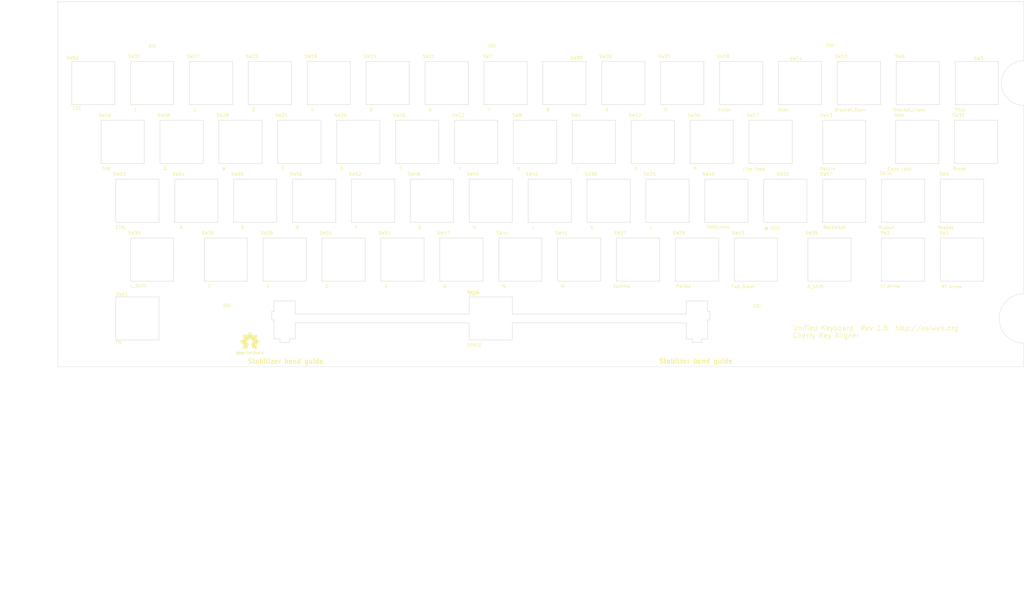
<source format=kicad_pcb>
(kicad_pcb (version 20171130) (host pcbnew "(5.1.6-0-10_14)")

  (general
    (thickness 1.6)
    (drawings 13)
    (tracks 0)
    (zones 0)
    (modules 74)
    (nets 1)
  )

  (page B)
  (title_block
    (title "Cherry Key aligner")
    (date 2020-06-22)
    (rev 1.8)
    (company OSIWeb.org)
  )

  (layers
    (0 F.Cu signal)
    (31 B.Cu signal)
    (32 B.Adhes user)
    (33 F.Adhes user)
    (34 B.Paste user)
    (35 F.Paste user)
    (36 B.SilkS user)
    (37 F.SilkS user)
    (38 B.Mask user)
    (39 F.Mask user)
    (40 Dwgs.User user)
    (41 Cmts.User user)
    (42 Eco1.User user)
    (43 Eco2.User user)
    (44 Edge.Cuts user)
    (45 Margin user)
    (46 B.CrtYd user)
    (47 F.CrtYd user)
    (48 B.Fab user)
    (49 F.Fab user)
  )

  (setup
    (last_trace_width 0.254)
    (user_trace_width 0.254)
    (user_trace_width 0.508)
    (user_trace_width 1.27)
    (trace_clearance 0.2)
    (zone_clearance 0.508)
    (zone_45_only no)
    (trace_min 0.2)
    (via_size 0.8128)
    (via_drill 0.4064)
    (via_min_size 0.4)
    (via_min_drill 0.3)
    (user_via 1.27 0.7112)
    (uvia_size 0.3048)
    (uvia_drill 0.1016)
    (uvias_allowed no)
    (uvia_min_size 0.2)
    (uvia_min_drill 0.1)
    (edge_width 0.05)
    (segment_width 0.2)
    (pcb_text_width 0.3)
    (pcb_text_size 1.5 1.5)
    (mod_edge_width 0.12)
    (mod_text_size 1 1)
    (mod_text_width 0.15)
    (pad_size 6.858 6.858)
    (pad_drill 6.858)
    (pad_to_mask_clearance 0)
    (aux_axis_origin 61.4172 179.1081)
    (grid_origin 62.1538 75.2602)
    (visible_elements 7FFFEFFF)
    (pcbplotparams
      (layerselection 0x010f0_ffffffff)
      (usegerberextensions false)
      (usegerberattributes false)
      (usegerberadvancedattributes false)
      (creategerberjobfile false)
      (excludeedgelayer true)
      (linewidth 0.100000)
      (plotframeref false)
      (viasonmask false)
      (mode 1)
      (useauxorigin false)
      (hpglpennumber 1)
      (hpglpenspeed 20)
      (hpglpendiameter 15.000000)
      (psnegative false)
      (psa4output false)
      (plotreference true)
      (plotvalue true)
      (plotinvisibletext false)
      (padsonsilk false)
      (subtractmaskfromsilk false)
      (outputformat 1)
      (mirror false)
      (drillshape 0)
      (scaleselection 1)
      (outputdirectory "outputs"))
  )

  (net 0 "")

  (net_class Default "This is the default net class."
    (clearance 0.2)
    (trace_width 0.254)
    (via_dia 0.8128)
    (via_drill 0.4064)
    (uvia_dia 0.3048)
    (uvia_drill 0.1016)
    (diff_pair_width 0.2032)
    (diff_pair_gap 0.254)
  )

  (net_class power1 ""
    (clearance 0.254)
    (trace_width 1.27)
    (via_dia 1.27)
    (via_drill 0.7112)
    (uvia_dia 0.3048)
    (uvia_drill 0.1016)
    (diff_pair_width 0.2032)
    (diff_pair_gap 0.254)
  )

  (net_class signal ""
    (clearance 0.2032)
    (trace_width 0.254)
    (via_dia 0.8128)
    (via_drill 0.4064)
    (uvia_dia 0.3048)
    (uvia_drill 0.1016)
    (diff_pair_width 0.2032)
    (diff_pair_gap 0.254)
  )

  (module unikbd:OSI_spacer_holes (layer F.Cu) (tedit 5EF57A9B) (tstamp 5EE2E784)
    (at 197.15988 165.99916)
    (fp_text reference REF** (at 0 0.5) (layer F.SilkS) hide
      (effects (font (size 1 1) (thickness 0.15)))
    )
    (fp_text value "OSI mounting holes" (at -0.32258 11.14044) (layer F.Fab)
      (effects (font (size 1 1) (thickness 0.15)))
    )
    (fp_text user %R (at 110.75162 -87.97036) (layer F.Fab)
      (effects (font (size 1 1) (thickness 0.15)))
    )
    (fp_text user OSI (at 109.6264 -88.392) (layer F.SilkS)
      (effects (font (size 1 1) (thickness 0.15)))
    )
    (fp_text user %R (at -85.03158 5.42544) (layer F.Fab)
      (effects (font (size 1 1) (thickness 0.15)))
    )
    (fp_text user OSI (at -85.28558 -4.17576) (layer F.SilkS)
      (effects (font (size 1 1) (thickness 0.15)))
    )
    (fp_text user %R (at 86.31682 5.65404) (layer F.Fab)
      (effects (font (size 1 1) (thickness 0.15)))
    )
    (fp_text user OSI (at 86.06282 -3.94716) (layer F.SilkS)
      (effects (font (size 1 1) (thickness 0.15)))
    )
    (fp_text user OSI (at 0.45212 -88.22436) (layer F.SilkS)
      (effects (font (size 1 1) (thickness 0.15)))
    )
    (fp_text user %R (at 0.84582 -87.86876) (layer F.Fab)
      (effects (font (size 1 1) (thickness 0.15)))
    )
    (fp_text user OSI (at -109.4232 -88.138) (layer F.SilkS)
      (effects (font (size 1 1) (thickness 0.15)))
    )
    (fp_text user %R (at -109.31398 -87.86876) (layer F.Fab)
      (effects (font (size 1 1) (thickness 0.15)))
    )
    (fp_text user %R (at 110.75162 -87.97036) (layer F.Fab)
      (effects (font (size 1 1) (thickness 0.15)))
    )
    (fp_line (start 104.14 -87.63) (end 104.14 -102.87) (layer F.CrtYd) (width 0.12))
    (fp_line (start 104.14 -87.63) (end 114.3 -87.63) (layer F.CrtYd) (width 0.12))
    (fp_line (start 114.3 -102.87) (end 114.3 -87.63) (layer F.CrtYd) (width 0.12))
    (fp_line (start 104.14 -102.87) (end 114.3 -102.87) (layer F.CrtYd) (width 0.12))
    (fp_line (start -114.3 -87.63) (end -114.3 -102.87) (layer F.CrtYd) (width 0.12))
    (fp_line (start -114.3 -87.63) (end -104.14 -87.63) (layer F.CrtYd) (width 0.12))
    (fp_line (start -104.14 -102.87) (end -104.14 -87.63) (layer F.CrtYd) (width 0.12))
    (fp_line (start -114.3 -102.87) (end -104.14 -102.87) (layer F.CrtYd) (width 0.12))
    (fp_line (start -5.08 -87.7824) (end -5.08 -103.0224) (layer F.CrtYd) (width 0.12))
    (fp_line (start -5.08 -87.7824) (end 5.08 -87.7824) (layer F.CrtYd) (width 0.12))
    (fp_line (start 5.08 -103.0224) (end 5.08 -87.7824) (layer F.CrtYd) (width 0.12))
    (fp_line (start -5.08 -103.0224) (end 5.08 -103.0224) (layer F.CrtYd) (width 0.12))
    (fp_circle (center 109.22 -97.79) (end 114.046 -97.79) (layer Cmts.User) (width 0.15))
    (fp_circle (center -109.22 -97.79) (end -104.394 -97.79) (layer Cmts.User) (width 0.15))
    (fp_circle (center 0 -97.9424) (end 4.826 -97.9424) (layer Cmts.User) (width 0.15))
    (fp_circle (center -85.725 0.635) (end -81.975 0.635) (layer F.CrtYd) (width 0.05))
    (fp_circle (center -85.725 0.635) (end -82.225 0.635) (layer Cmts.User) (width 0.15))
    (fp_circle (center 85.725 0.635) (end 89.475 0.635) (layer F.CrtYd) (width 0.05))
    (fp_circle (center 85.725 0.635) (end 89.225 0.635) (layer Cmts.User) (width 0.15))
    (fp_circle (center 0 -92.8624) (end 4.826 -92.8624) (layer Cmts.User) (width 0.15))
    (fp_circle (center -109.22 -92.71) (end -104.394 -92.71) (layer Cmts.User) (width 0.15))
    (fp_circle (center 109.22 -92.71) (end 114.046 -92.71) (layer Cmts.User) (width 0.15))
    (pad "" np_thru_hole circle (at -85.725 0.635) (size 7.112 7.112) (drill 7.112) (layers *.Cu *.Mask))
    (pad "" np_thru_hole circle (at 85.725 0.635) (size 7.112 7.112) (drill 7.112) (layers *.Cu *.Mask))
    (pad "" np_thru_hole oval (at 0 -95.25) (size 7.112 12.192) (drill oval 7.112 12.192) (layers *.Cu *.Mask))
    (pad "" np_thru_hole oval (at -109.22 -95.25) (size 7.112 12.192) (drill oval 7.112 12.192) (layers *.Cu *.Mask))
    (pad "" np_thru_hole oval (at 109.22 -95.25) (size 7.112 12.192) (drill oval 7.112 12.192) (layers *.Cu *.Mask))
  )

  (module unikbd:kbd_mounting_holes_only (layer F.Cu) (tedit 5EF57261) (tstamp 5EF5D90A)
    (at 301.0408 163.87826 90)
    (descr "Through hole straight pin header, 2x20, 2.54mm pitch, double rows")
    (tags "Through hole pin header THT 2x20 2.54mm double row")
    (fp_text reference REF** (at 1.2954 -2.5078 90) (layer F.Fab) hide
      (effects (font (size 1 1) (thickness 0.15)))
    )
    (fp_text value "Interface mount" (at 1.27 50.59 90) (layer F.Fab) hide
      (effects (font (size 1 1) (thickness 0.15)))
    )
    (pad "" np_thru_hole circle (at 1.2954 54.5606 90) (size 3.175 3.175) (drill 3.175) (layers *.Cu *.Mask))
    (pad "" np_thru_hole circle (at 1.2954 -8.8124 90) (size 3.175 3.175) (drill 3.175) (layers *.Cu *.Mask))
    (pad "" np_thru_hole circle (at 91.4924 -2.8688 90) (size 3.175 3.175) (drill 3.175) (layers *.Cu *.Mask))
    (pad "" np_thru_hole circle (at 91.4924 50.4712 90) (size 3.175 3.175) (drill 3.175) (layers *.Cu *.Mask))
    (model ${KISYS3DMOD}/Connector_PinHeader_2.54mm.3dshapes/PinHeader_2x20_P2.54mm_Vertical.wrl
      (offset (xyz 2.54 0 -1.8288))
      (scale (xyz 1 1 1))
      (rotate (xyz 0 180 0))
    )
  )

  (module unikbd:MX_space_aligner (layer F.Cu) (tedit 5EE3C1C3) (tstamp 5D0D7A0F)
    (at 197.15988 165.99916)
    (path /5BC3E99D/5BC6CD72)
    (fp_text reference SW46 (at -5.7912 -8.6106) (layer F.SilkS)
      (effects (font (size 1 1) (thickness 0.15)))
    )
    (fp_text value SPACE (at -5.334 8.6614) (layer F.SilkS)
      (effects (font (size 1 1) (thickness 0.15)))
    )
    (fp_line (start -6.985 -6.985) (end 6.985 -6.985) (layer Edge.Cuts) (width 0.12))
    (fp_line (start -6.985 -1.397) (end -6.985 -6.985) (layer Edge.Cuts) (width 0.12))
    (fp_line (start -63.2206 -1.397) (end -6.985 -1.397) (layer Edge.Cuts) (width 0.12))
    (fp_line (start -63.2206 -5.6896) (end -63.2206 -1.397) (layer Edge.Cuts) (width 0.12))
    (fp_line (start -70.1294 -5.6896) (end -63.2206 -5.6896) (layer Edge.Cuts) (width 0.12))
    (fp_line (start -70.1294 -2.286) (end -70.1294 -5.6896) (layer Edge.Cuts) (width 0.12))
    (fp_line (start -70.866 -2.286) (end -70.1294 -2.286) (layer Edge.Cuts) (width 0.12))
    (fp_line (start -70.866 0.508) (end -70.866 -2.286) (layer Edge.Cuts) (width 0.12))
    (fp_line (start -70.1294 0.508) (end -70.866 0.508) (layer Edge.Cuts) (width 0.12))
    (fp_line (start -70.1294 6.604) (end -70.1294 0.508) (layer Edge.Cuts) (width 0.12))
    (fp_line (start -68.199 6.604) (end -70.1294 6.604) (layer Edge.Cuts) (width 0.12))
    (fp_line (start -68.199 7.7724) (end -68.199 6.604) (layer Edge.Cuts) (width 0.12))
    (fp_line (start -65.151 7.7724) (end -68.199 7.7724) (layer Edge.Cuts) (width 0.12))
    (fp_line (start -65.151 6.604) (end -65.151 7.7724) (layer Edge.Cuts) (width 0.12))
    (fp_line (start -63.2206 6.604) (end -65.151 6.604) (layer Edge.Cuts) (width 0.12))
    (fp_line (start -63.2206 1.397) (end -63.2206 6.604) (layer Edge.Cuts) (width 0.12))
    (fp_line (start -6.985 1.397) (end -63.2206 1.397) (layer Edge.Cuts) (width 0.12))
    (fp_line (start -6.985 6.985) (end -6.985 1.397) (layer Edge.Cuts) (width 0.12))
    (fp_line (start 6.985 6.985) (end -6.985 6.985) (layer Edge.Cuts) (width 0.12))
    (fp_line (start 6.985 1.397) (end 6.985 6.985) (layer Edge.Cuts) (width 0.12))
    (fp_line (start 63.2206 1.397) (end 6.985 1.397) (layer Edge.Cuts) (width 0.12))
    (fp_line (start 63.2206 6.604) (end 63.2206 1.397) (layer Edge.Cuts) (width 0.12))
    (fp_line (start 65.151 6.604) (end 63.2206 6.604) (layer Edge.Cuts) (width 0.12))
    (fp_line (start 65.151 7.7724) (end 65.151 6.604) (layer Edge.Cuts) (width 0.12))
    (fp_line (start 68.199 7.7724) (end 65.151 7.7724) (layer Edge.Cuts) (width 0.12))
    (fp_line (start 68.199 6.604) (end 68.199 7.7724) (layer Edge.Cuts) (width 0.12))
    (fp_line (start 70.1294 6.604) (end 68.199 6.604) (layer Edge.Cuts) (width 0.12))
    (fp_line (start 70.1294 0.508) (end 70.1294 6.604) (layer Edge.Cuts) (width 0.12))
    (fp_line (start 70.866 0.508) (end 70.1294 0.508) (layer Edge.Cuts) (width 0.12))
    (fp_line (start 70.866 -2.286) (end 70.866 0.508) (layer Edge.Cuts) (width 0.12))
    (fp_line (start 70.1294 -2.286) (end 70.866 -2.286) (layer Edge.Cuts) (width 0.12))
    (fp_line (start 70.1294 -5.6896) (end 70.1294 -2.286) (layer Edge.Cuts) (width 0.12))
    (fp_line (start 63.2206 -5.6896) (end 70.1294 -5.6896) (layer Edge.Cuts) (width 0.12))
    (fp_line (start 63.2206 -1.397) (end 63.2206 -5.6896) (layer Edge.Cuts) (width 0.12))
    (fp_line (start 6.985 -1.397) (end 63.2206 -1.397) (layer Edge.Cuts) (width 0.12))
    (fp_line (start 6.985 -6.985) (end 6.985 -1.397) (layer Edge.Cuts) (width 0.12))
    (fp_text user REF** (at 0 0.5) (layer F.SilkS) hide
      (effects (font (size 1 1) (thickness 0.15)))
    )
    (fp_text user Futaba_2u_Cherry_aligner (at 0 -0.5) (layer F.Fab)
      (effects (font (size 1 1) (thickness 0.15)))
    )
    (fp_text user SW** (at -5.334 -7.874) (layer F.SilkS)
      (effects (font (size 1 1) (thickness 0.15)))
    )
    (fp_text user MX_space_aligner (at -0.6096 7.9248) (layer B.Fab)
      (effects (font (size 1 1) (thickness 0.15)))
    )
  )

  (module unikbd:Key_MX_Aligner (layer F.Cu) (tedit 5E72B33B) (tstamp 5EE2E6D8)
    (at 335.06918 108.84916)
    (path /5BC3EA0A/5BCAF394)
    (fp_text reference SW9 (at -5.7912 -8.6106) (layer F.SilkS)
      (effects (font (size 1 1) (thickness 0.15)))
    )
    (fp_text value "Caps Lock" (at -5.7023 8.71982) (layer F.SilkS)
      (effects (font (size 1 1) (thickness 0.15)))
    )
    (fp_line (start -6.985 6.985) (end 6.985 6.985) (layer Edge.Cuts) (width 0.12))
    (fp_line (start -6.985 -6.985) (end 6.985 -6.985) (layer Edge.Cuts) (width 0.12))
    (fp_line (start 6.985 6.985) (end 6.985 -6.985) (layer Edge.Cuts) (width 0.12))
    (fp_line (start -6.985 -6.985) (end -6.985 6.985) (layer Edge.Cuts) (width 0.12))
  )

  (module unikbd:Key_MX_Aligner (layer F.Cu) (tedit 5E72B33B) (tstamp 5E0A154C)
    (at 82.85988 165.99916)
    (fp_text reference SW61 (at -5.0292 -7.7724) (layer F.SilkS)
      (effects (font (size 1 1) (thickness 0.15)))
    )
    (fp_text value FN (at -6.1214 7.7978) (layer F.SilkS)
      (effects (font (size 1 1) (thickness 0.15)))
    )
    (fp_line (start -6.985 6.985) (end 6.985 6.985) (layer Edge.Cuts) (width 0.12))
    (fp_line (start -6.985 -6.985) (end 6.985 -6.985) (layer Edge.Cuts) (width 0.12))
    (fp_line (start 6.985 6.985) (end 6.985 -6.985) (layer Edge.Cuts) (width 0.12))
    (fp_line (start -6.985 -6.985) (end -6.985 6.985) (layer Edge.Cuts) (width 0.12))
  )

  (module unikbd:Key_MX_Aligner (layer F.Cu) (tedit 5E72B33B) (tstamp 5D0F9D4F)
    (at 287.64738 108.84916)
    (path /5BC3EA0A/5BCAF39B)
    (fp_text reference SW17 (at -5.7912 -8.6106) (layer F.SilkS)
      (effects (font (size 1 1) (thickness 0.15)))
    )
    (fp_text value "Line Feed" (at -5.37464 8.79094) (layer F.SilkS)
      (effects (font (size 1 1) (thickness 0.15)))
    )
    (fp_line (start -6.985 6.985) (end 6.985 6.985) (layer Edge.Cuts) (width 0.12))
    (fp_line (start -6.985 -6.985) (end 6.985 -6.985) (layer Edge.Cuts) (width 0.12))
    (fp_line (start 6.985 6.985) (end 6.985 -6.985) (layer Edge.Cuts) (width 0.12))
    (fp_line (start -6.985 -6.985) (end -6.985 6.985) (layer Edge.Cuts) (width 0.12))
  )

  (module unikbd:Key_MX_Aligner (layer F.Cu) (tedit 5E72B33B) (tstamp 5D0FBBE7)
    (at 244.78488 146.94916)
    (path /5BC3E99D/5BC6CEDD)
    (fp_text reference SW37 (at -5.7912 -8.6106) (layer F.SilkS)
      (effects (font (size 1 1) (thickness 0.15)))
    )
    (fp_text value Comma (at -5.334 8.6614) (layer F.SilkS)
      (effects (font (size 1 1) (thickness 0.15)))
    )
    (fp_line (start -6.985 6.985) (end 6.985 6.985) (layer Edge.Cuts) (width 0.12))
    (fp_line (start -6.985 -6.985) (end 6.985 -6.985) (layer Edge.Cuts) (width 0.12))
    (fp_line (start 6.985 6.985) (end 6.985 -6.985) (layer Edge.Cuts) (width 0.12))
    (fp_line (start -6.985 -6.985) (end -6.985 6.985) (layer Edge.Cuts) (width 0.12))
  )

  (module unikbd:Key_MX_Aligner locked (layer F.Cu) (tedit 5E72B33B) (tstamp 5D0D7CEF)
    (at 87.62238 89.79916)
    (path /5BC3EA0A/5BCAF489)
    (fp_text reference SW31 (at -5.7912 -8.6106) (layer F.SilkS)
      (effects (font (size 1 1) (thickness 0.15)))
    )
    (fp_text value 1 (at -5.334 8.6614) (layer F.SilkS)
      (effects (font (size 1 1) (thickness 0.15)))
    )
    (fp_line (start -6.985 6.985) (end 6.985 6.985) (layer Edge.Cuts) (width 0.12))
    (fp_line (start -6.985 -6.985) (end 6.985 -6.985) (layer Edge.Cuts) (width 0.12))
    (fp_line (start 6.985 6.985) (end 6.985 -6.985) (layer Edge.Cuts) (width 0.12))
    (fp_line (start -6.985 -6.985) (end -6.985 6.985) (layer Edge.Cuts) (width 0.12))
  )

  (module unikbd:Key_MX_Aligner locked (layer F.Cu) (tedit 5E72B33B) (tstamp 5D0D7CDF)
    (at 220.97238 89.79916)
    (path /5BC3EA0A/5BCAF419)
    (fp_text reference SW30 (at 3.91922 -8.21436) (layer F.SilkS)
      (effects (font (size 1 1) (thickness 0.15)))
    )
    (fp_text value 8 (at -5.334 8.6614) (layer F.SilkS)
      (effects (font (size 1 1) (thickness 0.15)))
    )
    (fp_line (start -6.985 6.985) (end 6.985 6.985) (layer Edge.Cuts) (width 0.12))
    (fp_line (start -6.985 -6.985) (end 6.985 -6.985) (layer Edge.Cuts) (width 0.12))
    (fp_line (start 6.985 6.985) (end 6.985 -6.985) (layer Edge.Cuts) (width 0.12))
    (fp_line (start -6.985 -6.985) (end -6.985 6.985) (layer Edge.Cuts) (width 0.12))
  )

  (module unikbd:Key_MX_Aligner (layer F.Cu) (tedit 5E72B33B) (tstamp 5D633EAE)
    (at 263.83488 146.94916)
    (path /5BC3EA0A/5BCAF3A9)
    (fp_text reference SW29 (at -5.7912 -8.6106) (layer F.SilkS)
      (effects (font (size 1 1) (thickness 0.15)))
    )
    (fp_text value Period (at -4.38658 8.6614) (layer F.SilkS)
      (effects (font (size 1 1) (thickness 0.15)))
    )
    (fp_line (start -6.985 6.985) (end 6.985 6.985) (layer Edge.Cuts) (width 0.12))
    (fp_line (start -6.985 -6.985) (end 6.985 -6.985) (layer Edge.Cuts) (width 0.12))
    (fp_line (start 6.985 6.985) (end 6.985 -6.985) (layer Edge.Cuts) (width 0.12))
    (fp_line (start -6.985 -6.985) (end -6.985 6.985) (layer Edge.Cuts) (width 0.12))
  )

  (module unikbd:Key_MX_Aligner (layer F.Cu) (tedit 5E72B33B) (tstamp 5D0F9EDE)
    (at 116.19738 108.84916)
    (path /5BC3EA0A/5BCAF339)
    (fp_text reference SW28 (at -5.7912 -8.6106) (layer F.SilkS)
      (effects (font (size 1 1) (thickness 0.15)))
    )
    (fp_text value W (at -5.334 8.6614) (layer F.SilkS)
      (effects (font (size 1 1) (thickness 0.15)))
    )
    (fp_line (start -6.985 6.985) (end 6.985 6.985) (layer Edge.Cuts) (width 0.12))
    (fp_line (start -6.985 -6.985) (end 6.985 -6.985) (layer Edge.Cuts) (width 0.12))
    (fp_line (start 6.985 6.985) (end 6.985 -6.985) (layer Edge.Cuts) (width 0.12))
    (fp_line (start -6.985 -6.985) (end -6.985 6.985) (layer Edge.Cuts) (width 0.12))
  )

  (module unikbd:Key_MX_Aligner locked (layer F.Cu) (tedit 5E72B33B) (tstamp 5D0D7CAF)
    (at 106.67238 89.79916)
    (path /5BC3EA0A/5BCAF490)
    (fp_text reference SW27 (at -5.7912 -8.6106) (layer F.SilkS)
      (effects (font (size 1 1) (thickness 0.15)))
    )
    (fp_text value 2 (at -5.334 8.6614) (layer F.SilkS)
      (effects (font (size 1 1) (thickness 0.15)))
    )
    (fp_line (start -6.985 6.985) (end 6.985 6.985) (layer Edge.Cuts) (width 0.12))
    (fp_line (start -6.985 -6.985) (end 6.985 -6.985) (layer Edge.Cuts) (width 0.12))
    (fp_line (start 6.985 6.985) (end 6.985 -6.985) (layer Edge.Cuts) (width 0.12))
    (fp_line (start -6.985 -6.985) (end -6.985 6.985) (layer Edge.Cuts) (width 0.12))
  )

  (module unikbd:Key_MX_Aligner locked (layer F.Cu) (tedit 5E72B33B) (tstamp 5D0D7C9F)
    (at 240.02238 89.79916)
    (path /5BC3EA0A/5BCAF420)
    (fp_text reference SW26 (at -5.7912 -8.6106) (layer F.SilkS)
      (effects (font (size 1 1) (thickness 0.15)))
    )
    (fp_text value 9 (at -5.334 8.6614) (layer F.SilkS)
      (effects (font (size 1 1) (thickness 0.15)))
    )
    (fp_line (start -6.985 6.985) (end 6.985 6.985) (layer Edge.Cuts) (width 0.12))
    (fp_line (start -6.985 -6.985) (end 6.985 -6.985) (layer Edge.Cuts) (width 0.12))
    (fp_line (start 6.985 6.985) (end 6.985 -6.985) (layer Edge.Cuts) (width 0.12))
    (fp_line (start -6.985 -6.985) (end -6.985 6.985) (layer Edge.Cuts) (width 0.12))
  )

  (module unikbd:Key_MX_Aligner (layer F.Cu) (tedit 5E72B33B) (tstamp 5D0FAB87)
    (at 254.30988 127.89916)
    (path /5BC3EA0A/5BCAF3B0)
    (fp_text reference SW25 (at -5.7912 -8.6106) (layer F.SilkS)
      (effects (font (size 1 1) (thickness 0.15)))
    )
    (fp_text value L (at -5.334 8.6614) (layer F.SilkS)
      (effects (font (size 1 1) (thickness 0.15)))
    )
    (fp_line (start -6.985 6.985) (end 6.985 6.985) (layer Edge.Cuts) (width 0.12))
    (fp_line (start -6.985 -6.985) (end 6.985 -6.985) (layer Edge.Cuts) (width 0.12))
    (fp_line (start 6.985 6.985) (end 6.985 -6.985) (layer Edge.Cuts) (width 0.12))
    (fp_line (start -6.985 -6.985) (end -6.985 6.985) (layer Edge.Cuts) (width 0.12))
  )

  (module unikbd:Key_MX_Aligner (layer F.Cu) (tedit 5E72B33B) (tstamp 5D0F9EA5)
    (at 135.24738 108.84916)
    (path /5BC3EA0A/5BCAF340)
    (fp_text reference SW24 (at -5.7912 -8.6106) (layer F.SilkS)
      (effects (font (size 1 1) (thickness 0.15)))
    )
    (fp_text value E (at -5.334 8.6614) (layer F.SilkS)
      (effects (font (size 1 1) (thickness 0.15)))
    )
    (fp_line (start -6.985 6.985) (end 6.985 6.985) (layer Edge.Cuts) (width 0.12))
    (fp_line (start -6.985 -6.985) (end 6.985 -6.985) (layer Edge.Cuts) (width 0.12))
    (fp_line (start 6.985 6.985) (end 6.985 -6.985) (layer Edge.Cuts) (width 0.12))
    (fp_line (start -6.985 -6.985) (end -6.985 6.985) (layer Edge.Cuts) (width 0.12))
  )

  (module unikbd:Key_MX_Aligner locked (layer F.Cu) (tedit 5E72B33B) (tstamp 5D0D7C6F)
    (at 125.72238 89.79916)
    (path /5BC3EA0A/5BCAF482)
    (fp_text reference SW23 (at -5.7912 -8.6106) (layer F.SilkS)
      (effects (font (size 1 1) (thickness 0.15)))
    )
    (fp_text value 3 (at -5.334 8.6614) (layer F.SilkS)
      (effects (font (size 1 1) (thickness 0.15)))
    )
    (fp_line (start -6.985 6.985) (end 6.985 6.985) (layer Edge.Cuts) (width 0.12))
    (fp_line (start -6.985 -6.985) (end 6.985 -6.985) (layer Edge.Cuts) (width 0.12))
    (fp_line (start 6.985 6.985) (end 6.985 -6.985) (layer Edge.Cuts) (width 0.12))
    (fp_line (start -6.985 -6.985) (end -6.985 6.985) (layer Edge.Cuts) (width 0.12))
  )

  (module unikbd:Key_MX_Aligner (layer F.Cu) (tedit 5E72B33B) (tstamp 5D633858)
    (at 249.54738 108.84916)
    (path /5BC3EA0A/5BCAF412)
    (fp_text reference SW22 (at -5.7912 -8.6106) (layer F.SilkS)
      (effects (font (size 1 1) (thickness 0.15)))
    )
    (fp_text value 0 (at -5.334 8.6614) (layer F.SilkS)
      (effects (font (size 1 1) (thickness 0.15)))
    )
    (fp_line (start -6.985 6.985) (end 6.985 6.985) (layer Edge.Cuts) (width 0.12))
    (fp_line (start -6.985 -6.985) (end 6.985 -6.985) (layer Edge.Cuts) (width 0.12))
    (fp_line (start 6.985 6.985) (end 6.985 -6.985) (layer Edge.Cuts) (width 0.12))
    (fp_line (start -6.985 -6.985) (end -6.985 6.985) (layer Edge.Cuts) (width 0.12))
  )

  (module unikbd:Key_MX_Aligner locked (layer F.Cu) (tedit 5E72B33B) (tstamp 5D0D7C4F)
    (at 259.07238 89.79916)
    (path /5BC3EA0A/5BCAF3A2)
    (fp_text reference SW21 (at -5.7912 -8.6106) (layer F.SilkS)
      (effects (font (size 1 1) (thickness 0.15)))
    )
    (fp_text value O (at -5.334 8.6614) (layer F.SilkS)
      (effects (font (size 1 1) (thickness 0.15)))
    )
    (fp_line (start -6.985 6.985) (end 6.985 6.985) (layer Edge.Cuts) (width 0.12))
    (fp_line (start -6.985 -6.985) (end 6.985 -6.985) (layer Edge.Cuts) (width 0.12))
    (fp_line (start 6.985 6.985) (end 6.985 -6.985) (layer Edge.Cuts) (width 0.12))
    (fp_line (start -6.985 -6.985) (end -6.985 6.985) (layer Edge.Cuts) (width 0.12))
  )

  (module unikbd:Key_MX_Aligner (layer F.Cu) (tedit 5E72B33B) (tstamp 5D0F9E6C)
    (at 154.29738 108.84916)
    (path /5BC3EA0A/5BCAF332)
    (fp_text reference SW20 (at -5.7912 -8.6106) (layer F.SilkS)
      (effects (font (size 1 1) (thickness 0.15)))
    )
    (fp_text value R (at -5.334 8.6614) (layer F.SilkS)
      (effects (font (size 1 1) (thickness 0.15)))
    )
    (fp_line (start -6.985 6.985) (end 6.985 6.985) (layer Edge.Cuts) (width 0.12))
    (fp_line (start -6.985 -6.985) (end 6.985 -6.985) (layer Edge.Cuts) (width 0.12))
    (fp_line (start 6.985 6.985) (end 6.985 -6.985) (layer Edge.Cuts) (width 0.12))
    (fp_line (start -6.985 -6.985) (end -6.985 6.985) (layer Edge.Cuts) (width 0.12))
  )

  (module unikbd:Key_MX_Aligner locked (layer F.Cu) (tedit 5E72B33B) (tstamp 5D0D7C2F)
    (at 144.77238 89.79916)
    (path /5BC3EA0A/5BCAF47B)
    (fp_text reference SW19 (at -5.7912 -8.6106) (layer F.SilkS)
      (effects (font (size 1 1) (thickness 0.15)))
    )
    (fp_text value 4 (at -5.334 8.6614) (layer F.SilkS)
      (effects (font (size 1 1) (thickness 0.15)))
    )
    (fp_line (start -6.985 6.985) (end 6.985 6.985) (layer Edge.Cuts) (width 0.12))
    (fp_line (start -6.985 -6.985) (end 6.985 -6.985) (layer Edge.Cuts) (width 0.12))
    (fp_line (start 6.985 6.985) (end 6.985 -6.985) (layer Edge.Cuts) (width 0.12))
    (fp_line (start -6.985 -6.985) (end -6.985 6.985) (layer Edge.Cuts) (width 0.12))
  )

  (module unikbd:Key_MX_Aligner locked (layer F.Cu) (tedit 5E72B33B) (tstamp 5D0D7C1F)
    (at 278.12238 89.79916)
    (path /5BC3EA0A/5BCAF40B)
    (fp_text reference SW18 (at -5.7912 -8.6106) (layer F.SilkS)
      (effects (font (size 1 1) (thickness 0.15)))
    )
    (fp_text value Colon (at -5.334 8.6614) (layer F.SilkS)
      (effects (font (size 1 1) (thickness 0.15)))
    )
    (fp_line (start -6.985 6.985) (end 6.985 6.985) (layer Edge.Cuts) (width 0.12))
    (fp_line (start -6.985 -6.985) (end 6.985 -6.985) (layer Edge.Cuts) (width 0.12))
    (fp_line (start 6.985 6.985) (end 6.985 -6.985) (layer Edge.Cuts) (width 0.12))
    (fp_line (start -6.985 -6.985) (end -6.985 6.985) (layer Edge.Cuts) (width 0.12))
  )

  (module unikbd:Key_MX_Aligner (layer F.Cu) (tedit 5E72B33B) (tstamp 5D0F9D88)
    (at 173.34738 108.84916)
    (path /5BC3EA0A/5BCAF32B)
    (fp_text reference SW16 (at -5.7912 -8.6106) (layer F.SilkS)
      (effects (font (size 1 1) (thickness 0.15)))
    )
    (fp_text value T (at -5.334 8.6614) (layer F.SilkS)
      (effects (font (size 1 1) (thickness 0.15)))
    )
    (fp_line (start -6.985 6.985) (end 6.985 6.985) (layer Edge.Cuts) (width 0.12))
    (fp_line (start -6.985 -6.985) (end 6.985 -6.985) (layer Edge.Cuts) (width 0.12))
    (fp_line (start 6.985 6.985) (end 6.985 -6.985) (layer Edge.Cuts) (width 0.12))
    (fp_line (start -6.985 -6.985) (end -6.985 6.985) (layer Edge.Cuts) (width 0.12))
  )

  (module unikbd:Key_MX_Aligner locked (layer F.Cu) (tedit 5E72B33B) (tstamp 5D0D7BEF)
    (at 163.82238 89.79916)
    (path /5BC3EA0A/5BCAF46D)
    (fp_text reference SW15 (at -5.7912 -8.6106) (layer F.SilkS)
      (effects (font (size 1 1) (thickness 0.15)))
    )
    (fp_text value 5 (at -5.334 8.6614) (layer F.SilkS)
      (effects (font (size 1 1) (thickness 0.15)))
    )
    (fp_line (start -6.985 6.985) (end 6.985 6.985) (layer Edge.Cuts) (width 0.12))
    (fp_line (start -6.985 -6.985) (end 6.985 -6.985) (layer Edge.Cuts) (width 0.12))
    (fp_line (start 6.985 6.985) (end 6.985 -6.985) (layer Edge.Cuts) (width 0.12))
    (fp_line (start -6.985 -6.985) (end -6.985 6.985) (layer Edge.Cuts) (width 0.12))
  )

  (module unikbd:Key_MX_Aligner locked (layer F.Cu) (tedit 5E72B33B) (tstamp 5D0D7BDF)
    (at 297.17238 89.79916)
    (path /5BC3EA0A/5BCAF3FD)
    (fp_text reference SW14 (at -1.33858 -7.85876) (layer F.SilkS)
      (effects (font (size 1 1) (thickness 0.15)))
    )
    (fp_text value Dash (at -5.334 8.6614) (layer F.SilkS)
      (effects (font (size 1 1) (thickness 0.15)))
    )
    (fp_line (start -6.985 6.985) (end 6.985 6.985) (layer Edge.Cuts) (width 0.12))
    (fp_line (start -6.985 -6.985) (end 6.985 -6.985) (layer Edge.Cuts) (width 0.12))
    (fp_line (start 6.985 6.985) (end 6.985 -6.985) (layer Edge.Cuts) (width 0.12))
    (fp_line (start -6.985 -6.985) (end -6.985 6.985) (layer Edge.Cuts) (width 0.12))
  )

  (module unikbd:Key_MX_Aligner (layer F.Cu) (tedit 5E72B33B) (tstamp 5EE2E6FC)
    (at 311.45988 108.84916)
    (path /5BC3EA0A/5BCAF38D)
    (fp_text reference SW13 (at -5.7912 -8.6106) (layer F.SilkS)
      (effects (font (size 1 1) (thickness 0.15)))
    )
    (fp_text value Return (at -5.334 8.6614) (layer F.SilkS)
      (effects (font (size 1 1) (thickness 0.15)))
    )
    (fp_line (start -6.985 6.985) (end 6.985 6.985) (layer Edge.Cuts) (width 0.12))
    (fp_line (start -6.985 -6.985) (end 6.985 -6.985) (layer Edge.Cuts) (width 0.12))
    (fp_line (start 6.985 6.985) (end 6.985 -6.985) (layer Edge.Cuts) (width 0.12))
    (fp_line (start -6.985 -6.985) (end -6.985 6.985) (layer Edge.Cuts) (width 0.12))
  )

  (module unikbd:Key_MX_Aligner (layer F.Cu) (tedit 5E72B33B) (tstamp 5D0F9DFA)
    (at 192.39738 108.84916)
    (path /5BC3EA0A/5BCAF31D)
    (fp_text reference SW12 (at -5.7912 -8.6106) (layer F.SilkS)
      (effects (font (size 1 1) (thickness 0.15)))
    )
    (fp_text value Y (at -5.334 8.6614) (layer F.SilkS)
      (effects (font (size 1 1) (thickness 0.15)))
    )
    (fp_line (start -6.985 6.985) (end 6.985 6.985) (layer Edge.Cuts) (width 0.12))
    (fp_line (start -6.985 -6.985) (end 6.985 -6.985) (layer Edge.Cuts) (width 0.12))
    (fp_line (start 6.985 6.985) (end 6.985 -6.985) (layer Edge.Cuts) (width 0.12))
    (fp_line (start -6.985 -6.985) (end -6.985 6.985) (layer Edge.Cuts) (width 0.12))
  )

  (module unikbd:Key_MX_Aligner locked (layer F.Cu) (tedit 5E72B33B) (tstamp 5D0D7BAF)
    (at 182.87238 89.79916)
    (path /5BC3EA0A/5BCAF474)
    (fp_text reference SW11 (at -5.7912 -8.6106) (layer F.SilkS)
      (effects (font (size 1 1) (thickness 0.15)))
    )
    (fp_text value 6 (at -5.334 8.6614) (layer F.SilkS)
      (effects (font (size 1 1) (thickness 0.15)))
    )
    (fp_line (start -6.985 6.985) (end 6.985 6.985) (layer Edge.Cuts) (width 0.12))
    (fp_line (start -6.985 -6.985) (end 6.985 -6.985) (layer Edge.Cuts) (width 0.12))
    (fp_line (start 6.985 6.985) (end 6.985 -6.985) (layer Edge.Cuts) (width 0.12))
    (fp_line (start -6.985 -6.985) (end -6.985 6.985) (layer Edge.Cuts) (width 0.12))
  )

  (module unikbd:Key_MX_Aligner locked (layer F.Cu) (tedit 5E72B33B) (tstamp 5D105DE3)
    (at 316.22238 89.79916)
    (path /5BC3EA0A/5BCAF404)
    (fp_text reference SW10 (at -5.7912 -8.6106) (layer F.SilkS)
      (effects (font (size 1 1) (thickness 0.15)))
    )
    (fp_text value Bracket_Open (at -2.794 8.6614) (layer F.SilkS)
      (effects (font (size 1 1) (thickness 0.15)))
    )
    (fp_line (start -6.985 6.985) (end 6.985 6.985) (layer Edge.Cuts) (width 0.12))
    (fp_line (start -6.985 -6.985) (end 6.985 -6.985) (layer Edge.Cuts) (width 0.12))
    (fp_line (start 6.985 6.985) (end 6.985 -6.985) (layer Edge.Cuts) (width 0.12))
    (fp_line (start -6.985 -6.985) (end -6.985 6.985) (layer Edge.Cuts) (width 0.12))
  )

  (module unikbd:Key_MX_Aligner (layer F.Cu) (tedit 5E72B33B) (tstamp 5D0F9DC1)
    (at 211.44738 108.84916)
    (path /5BC3EA0A/5BCAF324)
    (fp_text reference SW8 (at -5.7912 -8.6106) (layer F.SilkS)
      (effects (font (size 1 1) (thickness 0.15)))
    )
    (fp_text value U (at -5.334 8.6614) (layer F.SilkS)
      (effects (font (size 1 1) (thickness 0.15)))
    )
    (fp_line (start -6.985 6.985) (end 6.985 6.985) (layer Edge.Cuts) (width 0.12))
    (fp_line (start -6.985 -6.985) (end 6.985 -6.985) (layer Edge.Cuts) (width 0.12))
    (fp_line (start 6.985 6.985) (end 6.985 -6.985) (layer Edge.Cuts) (width 0.12))
    (fp_line (start -6.985 -6.985) (end -6.985 6.985) (layer Edge.Cuts) (width 0.12))
  )

  (module unikbd:Key_MX_Aligner (layer F.Cu) (tedit 5E72B33B) (tstamp 5D0D7B6F)
    (at 201.92238 89.79916)
    (path /5BC3EA0A/5BCAF466)
    (fp_text reference SW7 (at -5.7912 -8.6106) (layer F.SilkS)
      (effects (font (size 1 1) (thickness 0.15)))
    )
    (fp_text value 7 (at -5.334 8.6614) (layer F.SilkS)
      (effects (font (size 1 1) (thickness 0.15)))
    )
    (fp_line (start -6.985 6.985) (end 6.985 6.985) (layer Edge.Cuts) (width 0.12))
    (fp_line (start -6.985 -6.985) (end 6.985 -6.985) (layer Edge.Cuts) (width 0.12))
    (fp_line (start 6.985 6.985) (end 6.985 -6.985) (layer Edge.Cuts) (width 0.12))
    (fp_line (start -6.985 -6.985) (end -6.985 6.985) (layer Edge.Cuts) (width 0.12))
  )

  (module unikbd:Key_MX_Aligner locked (layer F.Cu) (tedit 5E72B33B) (tstamp 5D105E93)
    (at 335.27238 89.79916)
    (path /5BC3EA0A/5BCAF3F6)
    (fp_text reference SW6 (at -5.7912 -8.6106) (layer F.SilkS)
      (effects (font (size 1 1) (thickness 0.15)))
    )
    (fp_text value Bracket_Close (at -2.794 8.6614) (layer F.SilkS)
      (effects (font (size 1 1) (thickness 0.15)))
    )
    (fp_line (start -6.985 6.985) (end 6.985 6.985) (layer Edge.Cuts) (width 0.12))
    (fp_line (start -6.985 -6.985) (end 6.985 -6.985) (layer Edge.Cuts) (width 0.12))
    (fp_line (start 6.985 6.985) (end 6.985 -6.985) (layer Edge.Cuts) (width 0.12))
    (fp_line (start -6.985 -6.985) (end -6.985 6.985) (layer Edge.Cuts) (width 0.12))
  )

  (module unikbd:Key_MX_Aligner (layer F.Cu) (tedit 5E72B33B) (tstamp 5D0F200E)
    (at 349.55988 127.89916)
    (path /5BC3EA0A/5BCAF386)
    (fp_text reference SW5 (at -5.7912 -8.6106) (layer F.SilkS)
      (effects (font (size 1 1) (thickness 0.15)))
    )
    (fp_text value Repeat (at -5.334 8.6614) (layer F.SilkS)
      (effects (font (size 1 1) (thickness 0.15)))
    )
    (fp_line (start -6.985 6.985) (end 6.985 6.985) (layer Edge.Cuts) (width 0.12))
    (fp_line (start -6.985 -6.985) (end 6.985 -6.985) (layer Edge.Cuts) (width 0.12))
    (fp_line (start 6.985 6.985) (end 6.985 -6.985) (layer Edge.Cuts) (width 0.12))
    (fp_line (start -6.985 -6.985) (end -6.985 6.985) (layer Edge.Cuts) (width 0.12))
  )

  (module unikbd:Key_MX_Aligner (layer F.Cu) (tedit 5E72B33B) (tstamp 5D0F9D16)
    (at 230.49738 108.84916)
    (path /5BC3EA0A/5BCAF316)
    (fp_text reference SW4 (at -5.7912 -8.6106) (layer F.SilkS)
      (effects (font (size 1 1) (thickness 0.15)))
    )
    (fp_text value I (at -5.334 8.6614) (layer F.SilkS)
      (effects (font (size 1 1) (thickness 0.15)))
    )
    (fp_line (start -6.985 6.985) (end 6.985 6.985) (layer Edge.Cuts) (width 0.12))
    (fp_line (start -6.985 -6.985) (end 6.985 -6.985) (layer Edge.Cuts) (width 0.12))
    (fp_line (start 6.985 6.985) (end 6.985 -6.985) (layer Edge.Cuts) (width 0.12))
    (fp_line (start -6.985 -6.985) (end -6.985 6.985) (layer Edge.Cuts) (width 0.12))
  )

  (module unikbd:Key_MX_Aligner locked (layer F.Cu) (tedit 5E72B33B) (tstamp 5D0D7B1F)
    (at 354.32238 89.79916)
    (path /5BC3EA0A/5BCAF3EF)
    (fp_text reference SW3 (at 0.56642 -7.96036) (layer F.SilkS)
      (effects (font (size 1 1) (thickness 0.15)))
    )
    (fp_text value Tilde (at -5.334 8.6614) (layer F.SilkS)
      (effects (font (size 1 1) (thickness 0.15)))
    )
    (fp_line (start -6.985 6.985) (end 6.985 6.985) (layer Edge.Cuts) (width 0.12))
    (fp_line (start -6.985 -6.985) (end 6.985 -6.985) (layer Edge.Cuts) (width 0.12))
    (fp_line (start 6.985 6.985) (end 6.985 -6.985) (layer Edge.Cuts) (width 0.12))
    (fp_line (start -6.985 -6.985) (end -6.985 6.985) (layer Edge.Cuts) (width 0.12))
  )

  (module unikbd:Key_MX_Aligner (layer F.Cu) (tedit 5E72B33B) (tstamp 5D0F6109)
    (at 330.50988 146.94916)
    (path /5BC3EA0A/5BCAF37F)
    (fp_text reference SW2 (at -5.7912 -8.6106) (layer F.SilkS)
      (effects (font (size 1 1) (thickness 0.15)))
    )
    (fp_text value "LT Arrow" (at -4.15798 8.60044) (layer F.SilkS)
      (effects (font (size 1 1) (thickness 0.15)))
    )
    (fp_line (start -6.985 6.985) (end 6.985 6.985) (layer Edge.Cuts) (width 0.12))
    (fp_line (start -6.985 -6.985) (end 6.985 -6.985) (layer Edge.Cuts) (width 0.12))
    (fp_line (start 6.985 6.985) (end 6.985 -6.985) (layer Edge.Cuts) (width 0.12))
    (fp_line (start -6.985 -6.985) (end -6.985 6.985) (layer Edge.Cuts) (width 0.12))
  )

  (module unikbd:Key_MX_Aligner (layer F.Cu) (tedit 5E72B33B) (tstamp 5D0FAB4E)
    (at 120.95988 127.89916)
    (path /5BC3E99D/5BC6D0D0)
    (fp_text reference SW60 (at -5.7912 -8.6106) (layer F.SilkS)
      (effects (font (size 1 1) (thickness 0.15)))
    )
    (fp_text value S (at -4.13258 8.62584) (layer F.SilkS)
      (effects (font (size 1 1) (thickness 0.15)))
    )
    (fp_line (start -6.985 6.985) (end 6.985 6.985) (layer Edge.Cuts) (width 0.12))
    (fp_line (start -6.985 -6.985) (end 6.985 -6.985) (layer Edge.Cuts) (width 0.12))
    (fp_line (start 6.985 6.985) (end 6.985 -6.985) (layer Edge.Cuts) (width 0.12))
    (fp_line (start -6.985 -6.985) (end -6.985 6.985) (layer Edge.Cuts) (width 0.12))
  )

  (module unikbd:Key_MX_Aligner (layer F.Cu) (tedit 5E72B33B) (tstamp 5D0FB692)
    (at 130.48488 146.94916)
    (path /5BC3E99D/5BC6CF00)
    (fp_text reference SW59 (at -5.7912 -8.6106) (layer F.SilkS)
      (effects (font (size 1 1) (thickness 0.15)))
    )
    (fp_text value X (at -5.334 8.6614) (layer F.SilkS)
      (effects (font (size 1 1) (thickness 0.15)))
    )
    (fp_line (start -6.985 6.985) (end 6.985 6.985) (layer Edge.Cuts) (width 0.12))
    (fp_line (start -6.985 -6.985) (end 6.985 -6.985) (layer Edge.Cuts) (width 0.12))
    (fp_line (start 6.985 6.985) (end 6.985 -6.985) (layer Edge.Cuts) (width 0.12))
    (fp_line (start -6.985 -6.985) (end -6.985 6.985) (layer Edge.Cuts) (width 0.12))
  )

  (module unikbd:Key_MX_Aligner (layer F.Cu) (tedit 5E72B33B) (tstamp 5D0F9CDD)
    (at 97.14738 108.84916)
    (path /5BC3E99D/5BC6CD80)
    (fp_text reference SW58 (at -5.7912 -8.6106) (layer F.SilkS)
      (effects (font (size 1 1) (thickness 0.15)))
    )
    (fp_text value Q (at -5.334 8.6614) (layer F.SilkS)
      (effects (font (size 1 1) (thickness 0.15)))
    )
    (fp_line (start -6.985 6.985) (end 6.985 6.985) (layer Edge.Cuts) (width 0.12))
    (fp_line (start -6.985 -6.985) (end 6.985 -6.985) (layer Edge.Cuts) (width 0.12))
    (fp_line (start 6.985 6.985) (end 6.985 -6.985) (layer Edge.Cuts) (width 0.12))
    (fp_line (start -6.985 -6.985) (end -6.985 6.985) (layer Edge.Cuts) (width 0.12))
  )

  (module unikbd:Key_MX_Aligner (layer F.Cu) (tedit 5E72B33B) (tstamp 5D633B5C)
    (at 311.45988 127.89916)
    (path /5BC3E99D/5BC3FF70)
    (fp_text reference SW57 (at -5.7912 -8.6106) (layer F.SilkS)
      (effects (font (size 1 1) (thickness 0.15)))
    )
    (fp_text value Backslash (at -3.04038 8.52424) (layer F.SilkS)
      (effects (font (size 1 1) (thickness 0.15)))
    )
    (fp_line (start -6.985 6.985) (end 6.985 6.985) (layer Edge.Cuts) (width 0.12))
    (fp_line (start -6.985 -6.985) (end 6.985 -6.985) (layer Edge.Cuts) (width 0.12))
    (fp_line (start 6.985 6.985) (end 6.985 -6.985) (layer Edge.Cuts) (width 0.12))
    (fp_line (start -6.985 -6.985) (end -6.985 6.985) (layer Edge.Cuts) (width 0.12))
  )

  (module unikbd:Key_MX_Aligner (layer F.Cu) (tedit 5E72B33B) (tstamp 5D0FAB15)
    (at 140.00988 127.89916)
    (path /5BC3E99D/5BC6D0D7)
    (fp_text reference SW56 (at -5.7912 -8.6106) (layer F.SilkS)
      (effects (font (size 1 1) (thickness 0.15)))
    )
    (fp_text value D (at -5.334 8.6614) (layer F.SilkS)
      (effects (font (size 1 1) (thickness 0.15)))
    )
    (fp_line (start -6.985 6.985) (end 6.985 6.985) (layer Edge.Cuts) (width 0.12))
    (fp_line (start -6.985 -6.985) (end 6.985 -6.985) (layer Edge.Cuts) (width 0.12))
    (fp_line (start 6.985 6.985) (end 6.985 -6.985) (layer Edge.Cuts) (width 0.12))
    (fp_line (start -6.985 -6.985) (end -6.985 6.985) (layer Edge.Cuts) (width 0.12))
  )

  (module unikbd:Key_MX_Aligner (layer F.Cu) (tedit 5E72B33B) (tstamp 5D0FB659)
    (at 149.53488 146.94916)
    (path /5BC3E99D/5BC6CF07)
    (fp_text reference SW55 (at -5.7912 -8.6106) (layer F.SilkS)
      (effects (font (size 1 1) (thickness 0.15)))
    )
    (fp_text value C (at -5.334 8.6614) (layer F.SilkS)
      (effects (font (size 1 1) (thickness 0.15)))
    )
    (fp_line (start -6.985 6.985) (end 6.985 6.985) (layer Edge.Cuts) (width 0.12))
    (fp_line (start -6.985 -6.985) (end 6.985 -6.985) (layer Edge.Cuts) (width 0.12))
    (fp_line (start 6.985 6.985) (end 6.985 -6.985) (layer Edge.Cuts) (width 0.12))
    (fp_line (start -6.985 -6.985) (end -6.985 6.985) (layer Edge.Cuts) (width 0.12))
  )

  (module unikbd:Key_MX_Aligner (layer F.Cu) (tedit 5E72B33B) (tstamp 5D0FAADC)
    (at 101.90988 127.89916)
    (path /5BC3E99D/5BC6CD87)
    (fp_text reference SW54 (at -5.7912 -8.6106) (layer F.SilkS)
      (effects (font (size 1 1) (thickness 0.15)))
    )
    (fp_text value A (at -4.89458 8.62584) (layer F.SilkS)
      (effects (font (size 1 1) (thickness 0.15)))
    )
    (fp_line (start -6.985 6.985) (end 6.985 6.985) (layer Edge.Cuts) (width 0.12))
    (fp_line (start -6.985 -6.985) (end 6.985 -6.985) (layer Edge.Cuts) (width 0.12))
    (fp_line (start 6.985 6.985) (end 6.985 -6.985) (layer Edge.Cuts) (width 0.12))
    (fp_line (start -6.985 -6.985) (end -6.985 6.985) (layer Edge.Cuts) (width 0.12))
  )

  (module unikbd:Key_MX_Aligner (layer F.Cu) (tedit 5E72B33B) (tstamp 5D0FAF44)
    (at 82.85988 127.89916)
    (path /5BC3E99D/5BC3FF77)
    (fp_text reference SW53 (at -5.7912 -8.6106) (layer F.SilkS)
      (effects (font (size 1 1) (thickness 0.15)))
    )
    (fp_text value CTRL (at -5.334 8.6614) (layer F.SilkS)
      (effects (font (size 1 1) (thickness 0.15)))
    )
    (fp_line (start -6.985 6.985) (end 6.985 6.985) (layer Edge.Cuts) (width 0.12))
    (fp_line (start -6.985 -6.985) (end 6.985 -6.985) (layer Edge.Cuts) (width 0.12))
    (fp_line (start 6.985 6.985) (end 6.985 -6.985) (layer Edge.Cuts) (width 0.12))
    (fp_line (start -6.985 -6.985) (end -6.985 6.985) (layer Edge.Cuts) (width 0.12))
  )

  (module unikbd:Key_MX_Aligner (layer F.Cu) (tedit 5E72B33B) (tstamp 5D0FB0A3)
    (at 159.05988 127.89916)
    (path /5BC3E99D/5BC6D0C9)
    (fp_text reference SW52 (at -5.7912 -8.6106) (layer F.SilkS)
      (effects (font (size 1 1) (thickness 0.15)))
    )
    (fp_text value F (at -5.334 8.6614) (layer F.SilkS)
      (effects (font (size 1 1) (thickness 0.15)))
    )
    (fp_line (start -6.985 6.985) (end 6.985 6.985) (layer Edge.Cuts) (width 0.12))
    (fp_line (start -6.985 -6.985) (end 6.985 -6.985) (layer Edge.Cuts) (width 0.12))
    (fp_line (start 6.985 6.985) (end 6.985 -6.985) (layer Edge.Cuts) (width 0.12))
    (fp_line (start -6.985 -6.985) (end -6.985 6.985) (layer Edge.Cuts) (width 0.12))
  )

  (module unikbd:Key_MX_Aligner (layer F.Cu) (tedit 5E72B33B) (tstamp 5D0FBCCB)
    (at 168.58488 146.94916)
    (path /5BC3E99D/5BC6CEF9)
    (fp_text reference SW51 (at -5.7912 -8.6106) (layer F.SilkS)
      (effects (font (size 1 1) (thickness 0.15)))
    )
    (fp_text value V (at -5.334 8.6614) (layer F.SilkS)
      (effects (font (size 1 1) (thickness 0.15)))
    )
    (fp_line (start -6.985 6.985) (end 6.985 6.985) (layer Edge.Cuts) (width 0.12))
    (fp_line (start -6.985 -6.985) (end 6.985 -6.985) (layer Edge.Cuts) (width 0.12))
    (fp_line (start 6.985 6.985) (end 6.985 -6.985) (layer Edge.Cuts) (width 0.12))
    (fp_line (start -6.985 -6.985) (end -6.985 6.985) (layer Edge.Cuts) (width 0.12))
  )

  (module unikbd:Key_MX_Aligner (layer F.Cu) (tedit 5E72B33B) (tstamp 5D0FBC59)
    (at 111.43488 146.94916)
    (path /5BC3E99D/5BC6CD79)
    (fp_text reference SW50 (at -5.7912 -8.6106) (layer F.SilkS)
      (effects (font (size 1 1) (thickness 0.15)))
    )
    (fp_text value Z (at -5.334 8.6614) (layer F.SilkS)
      (effects (font (size 1 1) (thickness 0.15)))
    )
    (fp_line (start -6.985 6.985) (end 6.985 6.985) (layer Edge.Cuts) (width 0.12))
    (fp_line (start -6.985 -6.985) (end 6.985 -6.985) (layer Edge.Cuts) (width 0.12))
    (fp_line (start 6.985 6.985) (end 6.985 -6.985) (layer Edge.Cuts) (width 0.12))
    (fp_line (start -6.985 -6.985) (end -6.985 6.985) (layer Edge.Cuts) (width 0.12))
  )

  (module unikbd:Key_MX_Aligner (layer F.Cu) (tedit 5E72B33B) (tstamp 5D0FA2F5)
    (at 78.09738 108.84916)
    (path /5BC3E99D/5BC3FF69)
    (fp_text reference SW49 (at -5.7912 -8.6106) (layer F.SilkS)
      (effects (font (size 1 1) (thickness 0.15)))
    )
    (fp_text value TAB (at -5.334 8.6614) (layer F.SilkS)
      (effects (font (size 1 1) (thickness 0.15)))
    )
    (fp_line (start -6.985 6.985) (end 6.985 6.985) (layer Edge.Cuts) (width 0.12))
    (fp_line (start -6.985 -6.985) (end 6.985 -6.985) (layer Edge.Cuts) (width 0.12))
    (fp_line (start 6.985 6.985) (end 6.985 -6.985) (layer Edge.Cuts) (width 0.12))
    (fp_line (start -6.985 -6.985) (end -6.985 6.985) (layer Edge.Cuts) (width 0.12))
  )

  (module unikbd:Key_MX_Aligner (layer F.Cu) (tedit 5E72B33B) (tstamp 5D0FB115)
    (at 178.10988 127.89916)
    (path /5BC3E99D/5BC6D0C2)
    (fp_text reference SW48 (at -5.7912 -8.6106) (layer F.SilkS)
      (effects (font (size 1 1) (thickness 0.15)))
    )
    (fp_text value G (at -4.00558 8.62584) (layer F.SilkS)
      (effects (font (size 1 1) (thickness 0.15)))
    )
    (fp_line (start -6.985 6.985) (end 6.985 6.985) (layer Edge.Cuts) (width 0.12))
    (fp_line (start -6.985 -6.985) (end 6.985 -6.985) (layer Edge.Cuts) (width 0.12))
    (fp_line (start 6.985 6.985) (end 6.985 -6.985) (layer Edge.Cuts) (width 0.12))
    (fp_line (start -6.985 -6.985) (end -6.985 6.985) (layer Edge.Cuts) (width 0.12))
  )

  (module unikbd:Key_MX_Aligner (layer F.Cu) (tedit 5E72B33B) (tstamp 5D0FBB3C)
    (at 187.63488 146.94916)
    (path /5BC3E99D/5BC6CEF2)
    (fp_text reference SW47 (at -5.7912 -8.6106) (layer F.SilkS)
      (effects (font (size 1 1) (thickness 0.15)))
    )
    (fp_text value B (at -5.334 8.6614) (layer F.SilkS)
      (effects (font (size 1 1) (thickness 0.15)))
    )
    (fp_line (start -6.985 6.985) (end 6.985 6.985) (layer Edge.Cuts) (width 0.12))
    (fp_line (start -6.985 -6.985) (end 6.985 -6.985) (layer Edge.Cuts) (width 0.12))
    (fp_line (start 6.985 6.985) (end 6.985 -6.985) (layer Edge.Cuts) (width 0.12))
    (fp_line (start -6.985 -6.985) (end -6.985 6.985) (layer Edge.Cuts) (width 0.12))
  )

  (module unikbd:Key_MX_Aligner (layer F.Cu) (tedit 5E72B33B) (tstamp 5D0FB187)
    (at 197.15988 127.89916)
    (path /5BC3E99D/5BC6D0B4)
    (fp_text reference SW45 (at -5.7912 -8.6106) (layer F.SilkS)
      (effects (font (size 1 1) (thickness 0.15)))
    )
    (fp_text value H (at -5.334 8.6614) (layer F.SilkS)
      (effects (font (size 1 1) (thickness 0.15)))
    )
    (fp_line (start -6.985 6.985) (end 6.985 6.985) (layer Edge.Cuts) (width 0.12))
    (fp_line (start -6.985 -6.985) (end 6.985 -6.985) (layer Edge.Cuts) (width 0.12))
    (fp_line (start 6.985 6.985) (end 6.985 -6.985) (layer Edge.Cuts) (width 0.12))
    (fp_line (start -6.985 -6.985) (end -6.985 6.985) (layer Edge.Cuts) (width 0.12))
  )

  (module unikbd:Key_MX_Aligner (layer F.Cu) (tedit 5E72B33B) (tstamp 5D0FBC20)
    (at 206.68488 146.94916)
    (path /5BC3E99D/5BC6CEE4)
    (fp_text reference SW44 (at -5.7912 -8.6106) (layer F.SilkS)
      (effects (font (size 1 1) (thickness 0.15)))
    )
    (fp_text value N (at -5.334 8.6614) (layer F.SilkS)
      (effects (font (size 1 1) (thickness 0.15)))
    )
    (fp_line (start -6.985 6.985) (end 6.985 6.985) (layer Edge.Cuts) (width 0.12))
    (fp_line (start -6.985 -6.985) (end 6.985 -6.985) (layer Edge.Cuts) (width 0.12))
    (fp_line (start 6.985 6.985) (end 6.985 -6.985) (layer Edge.Cuts) (width 0.12))
    (fp_line (start -6.985 -6.985) (end -6.985 6.985) (layer Edge.Cuts) (width 0.12))
  )

  (module unikbd:Key_MX_Aligner (layer F.Cu) (tedit 5E72B33B) (tstamp 5D0FBBAE)
    (at 282.88488 146.94916)
    (path /5BC3E99D/5BC6CD64)
    (fp_text reference SW43 (at -5.7912 -8.6106) (layer F.SilkS)
      (effects (font (size 1 1) (thickness 0.15)))
    )
    (fp_text value Fwd_Slash (at -4.13258 8.6614) (layer F.SilkS)
      (effects (font (size 1 1) (thickness 0.15)))
    )
    (fp_line (start -6.985 6.985) (end 6.985 6.985) (layer Edge.Cuts) (width 0.12))
    (fp_line (start -6.985 -6.985) (end 6.985 -6.985) (layer Edge.Cuts) (width 0.12))
    (fp_line (start 6.985 6.985) (end 6.985 -6.985) (layer Edge.Cuts) (width 0.12))
    (fp_line (start -6.985 -6.985) (end -6.985 6.985) (layer Edge.Cuts) (width 0.12))
  )

  (module unikbd:Key_MX_Aligner (layer F.Cu) (tedit 5E72B33B) (tstamp 5D0FB14E)
    (at 216.20988 127.89916)
    (path /5BC3E99D/5BC6D0BB)
    (fp_text reference SW42 (at -5.7912 -8.6106) (layer F.SilkS)
      (effects (font (size 1 1) (thickness 0.15)))
    )
    (fp_text value J (at -5.334 8.6614) (layer F.SilkS)
      (effects (font (size 1 1) (thickness 0.15)))
    )
    (fp_line (start -6.985 6.985) (end 6.985 6.985) (layer Edge.Cuts) (width 0.12))
    (fp_line (start -6.985 -6.985) (end 6.985 -6.985) (layer Edge.Cuts) (width 0.12))
    (fp_line (start 6.985 6.985) (end 6.985 -6.985) (layer Edge.Cuts) (width 0.12))
    (fp_line (start -6.985 -6.985) (end -6.985 6.985) (layer Edge.Cuts) (width 0.12))
  )

  (module unikbd:Key_MX_Aligner (layer F.Cu) (tedit 5E72B33B) (tstamp 5D0FBC92)
    (at 225.73488 146.94916)
    (path /5BC3E99D/5BC6CEEB)
    (fp_text reference SW41 (at -5.7912 -8.6106) (layer F.SilkS)
      (effects (font (size 1 1) (thickness 0.15)))
    )
    (fp_text value M (at -5.334 8.6614) (layer F.SilkS)
      (effects (font (size 1 1) (thickness 0.15)))
    )
    (fp_line (start -6.985 6.985) (end 6.985 6.985) (layer Edge.Cuts) (width 0.12))
    (fp_line (start -6.985 -6.985) (end 6.985 -6.985) (layer Edge.Cuts) (width 0.12))
    (fp_line (start 6.985 6.985) (end 6.985 -6.985) (layer Edge.Cuts) (width 0.12))
    (fp_line (start -6.985 -6.985) (end -6.985 6.985) (layer Edge.Cuts) (width 0.12))
  )

  (module unikbd:Key_MX_Aligner (layer F.Cu) (tedit 5E72B33B) (tstamp 5D0FB031)
    (at 273.35988 127.89916)
    (path /5BC3E99D/5BC6CD6B)
    (fp_text reference SW40 (at -5.7912 -8.6106) (layer F.SilkS)
      (effects (font (size 1 1) (thickness 0.15)))
    )
    (fp_text value Semicolon (at -2.73558 8.39724) (layer F.SilkS)
      (effects (font (size 1 1) (thickness 0.15)))
    )
    (fp_line (start -6.985 6.985) (end 6.985 6.985) (layer Edge.Cuts) (width 0.12))
    (fp_line (start -6.985 -6.985) (end 6.985 -6.985) (layer Edge.Cuts) (width 0.12))
    (fp_line (start 6.985 6.985) (end 6.985 -6.985) (layer Edge.Cuts) (width 0.12))
    (fp_line (start -6.985 -6.985) (end -6.985 6.985) (layer Edge.Cuts) (width 0.12))
  )

  (module unikbd:Key_MX_Aligner (layer F.Cu) (tedit 5E72B33B) (tstamp 5D0FBB75)
    (at 87.62238 146.94916)
    (path /5BC3E99D/5BC3FE57)
    (fp_text reference SW39 (at -5.7912 -8.6106) (layer F.SilkS)
      (effects (font (size 1 1) (thickness 0.15)))
    )
    (fp_text value L_Shift (at -4.41198 8.52424) (layer F.SilkS)
      (effects (font (size 1 1) (thickness 0.15)))
    )
    (fp_line (start -6.985 6.985) (end 6.985 6.985) (layer Edge.Cuts) (width 0.12))
    (fp_line (start -6.985 -6.985) (end 6.985 -6.985) (layer Edge.Cuts) (width 0.12))
    (fp_line (start 6.985 6.985) (end 6.985 -6.985) (layer Edge.Cuts) (width 0.12))
    (fp_line (start -6.985 -6.985) (end -6.985 6.985) (layer Edge.Cuts) (width 0.12))
  )

  (module unikbd:Key_MX_Aligner (layer F.Cu) (tedit 5E72B33B) (tstamp 5D0FB06A)
    (at 235.25988 127.89916)
    (path /5BC3E99D/5BC6D0AD)
    (fp_text reference SW38 (at -5.7912 -8.6106) (layer F.SilkS)
      (effects (font (size 1 1) (thickness 0.15)))
    )
    (fp_text value K (at -5.334 8.6614) (layer F.SilkS)
      (effects (font (size 1 1) (thickness 0.15)))
    )
    (fp_line (start -6.985 6.985) (end 6.985 6.985) (layer Edge.Cuts) (width 0.12))
    (fp_line (start -6.985 -6.985) (end 6.985 -6.985) (layer Edge.Cuts) (width 0.12))
    (fp_line (start 6.985 6.985) (end 6.985 -6.985) (layer Edge.Cuts) (width 0.12))
    (fp_line (start -6.985 -6.985) (end -6.985 6.985) (layer Edge.Cuts) (width 0.12))
  )

  (module unikbd:Key_MX_Aligner (layer F.Cu) (tedit 5E72B33B) (tstamp 5D0FA32E)
    (at 268.59738 108.84916)
    (path /5BC3E99D/5BC6CD5D)
    (fp_text reference SW36 (at -5.7912 -8.6106) (layer F.SilkS)
      (effects (font (size 1 1) (thickness 0.15)))
    )
    (fp_text value P (at -5.334 8.6614) (layer F.SilkS)
      (effects (font (size 1 1) (thickness 0.15)))
    )
    (fp_line (start -6.985 6.985) (end 6.985 6.985) (layer Edge.Cuts) (width 0.12))
    (fp_line (start -6.985 -6.985) (end 6.985 -6.985) (layer Edge.Cuts) (width 0.12))
    (fp_line (start 6.985 6.985) (end 6.985 -6.985) (layer Edge.Cuts) (width 0.12))
    (fp_line (start -6.985 -6.985) (end -6.985 6.985) (layer Edge.Cuts) (width 0.12))
  )

  (module unikbd:Key_MX_Aligner (layer F.Cu) (tedit 5E72B33B) (tstamp 5D0FBD04)
    (at 306.69738 146.94916)
    (path /5BC3E99D/5BC3FD26)
    (fp_text reference SW35 (at -5.7912 -8.6106) (layer F.SilkS)
      (effects (font (size 1 1) (thickness 0.15)))
    )
    (fp_text value R_Shift (at -4.51358 8.75284) (layer F.SilkS)
      (effects (font (size 1 1) (thickness 0.15)))
    )
    (fp_line (start -6.985 6.985) (end 6.985 6.985) (layer Edge.Cuts) (width 0.12))
    (fp_line (start -6.985 -6.985) (end 6.985 -6.985) (layer Edge.Cuts) (width 0.12))
    (fp_line (start 6.985 6.985) (end 6.985 -6.985) (layer Edge.Cuts) (width 0.12))
    (fp_line (start -6.985 -6.985) (end -6.985 6.985) (layer Edge.Cuts) (width 0.12))
  )

  (module unikbd:Key_MX_Aligner (layer F.Cu) (tedit 5E72B33B) (tstamp 5D0EE51F)
    (at 330.50988 127.89916)
    (path /5D6C3751)
    (fp_text reference SW34 (at -5.61848 -8.89508) (layer F.SilkS)
      (effects (font (size 1 1) (thickness 0.15)))
    )
    (fp_text value Rubout (at -5.334 8.6614) (layer F.SilkS)
      (effects (font (size 1 1) (thickness 0.15)))
    )
    (fp_line (start -6.985 6.985) (end 6.985 6.985) (layer Edge.Cuts) (width 0.12))
    (fp_line (start -6.985 -6.985) (end 6.985 -6.985) (layer Edge.Cuts) (width 0.12))
    (fp_line (start 6.985 6.985) (end 6.985 -6.985) (layer Edge.Cuts) (width 0.12))
    (fp_line (start -6.985 -6.985) (end -6.985 6.985) (layer Edge.Cuts) (width 0.12))
  )

  (module unikbd:Key_MX_Aligner (layer F.Cu) (tedit 5E72B33B) (tstamp 5D0D791F)
    (at 354.11918 108.84916)
    (path /5BC3E99D/5BC6CED6)
    (fp_text reference SW33 (at -5.7912 -8.6106) (layer F.SilkS)
      (effects (font (size 1 1) (thickness 0.15)))
    )
    (fp_text value Break (at -5.334 8.6614) (layer F.SilkS)
      (effects (font (size 1 1) (thickness 0.15)))
    )
    (fp_line (start -6.985 6.985) (end 6.985 6.985) (layer Edge.Cuts) (width 0.12))
    (fp_line (start -6.985 -6.985) (end 6.985 -6.985) (layer Edge.Cuts) (width 0.12))
    (fp_line (start 6.985 6.985) (end 6.985 -6.985) (layer Edge.Cuts) (width 0.12))
    (fp_line (start -6.985 -6.985) (end -6.985 6.985) (layer Edge.Cuts) (width 0.12))
  )

  (module unikbd:Key_MX_Aligner (layer F.Cu) (tedit 5E72B33B) (tstamp 5D0FB0DC)
    (at 292.40988 127.89916)
    (path /5D6BE647)
    (fp_text reference SW32 (at -0.78994 -8.67664) (layer F.SilkS)
      (effects (font (size 1 1) (thickness 0.15)))
    )
    (fp_text value "@ (AT)" (at -4.25958 8.87984) (layer F.SilkS)
      (effects (font (size 1 1) (thickness 0.15)))
    )
    (fp_line (start -6.985 6.985) (end 6.985 6.985) (layer Edge.Cuts) (width 0.12))
    (fp_line (start -6.985 -6.985) (end 6.985 -6.985) (layer Edge.Cuts) (width 0.12))
    (fp_line (start 6.985 6.985) (end 6.985 -6.985) (layer Edge.Cuts) (width 0.12))
    (fp_line (start -6.985 -6.985) (end -6.985 6.985) (layer Edge.Cuts) (width 0.12))
  )

  (module unikbd:Key_MX_Aligner (layer F.Cu) (tedit 5E72B33B) (tstamp 5D0D7AFF)
    (at 349.55988 146.94916)
    (path /5BC3EA0A/5BCAF30F)
    (fp_text reference SW1 (at -5.7912 -8.6106) (layer F.SilkS)
      (effects (font (size 1 1) (thickness 0.15)))
    )
    (fp_text value "RT Arrow" (at -3.31978 8.75284) (layer F.SilkS)
      (effects (font (size 1 1) (thickness 0.15)))
    )
    (fp_line (start -6.985 6.985) (end 6.985 6.985) (layer Edge.Cuts) (width 0.12))
    (fp_line (start -6.985 -6.985) (end 6.985 -6.985) (layer Edge.Cuts) (width 0.12))
    (fp_line (start 6.985 6.985) (end 6.985 -6.985) (layer Edge.Cuts) (width 0.12))
    (fp_line (start -6.985 -6.985) (end -6.985 6.985) (layer Edge.Cuts) (width 0.12))
  )

  (module unikbd:Key_MX_Aligner (layer F.Cu) (tedit 5E72B33B) (tstamp 5E0A52FF)
    (at 68.57238 89.79916)
    (fp_text reference SW62 (at -6.64718 -8.13816) (layer F.SilkS)
      (effects (font (size 1 1) (thickness 0.15)))
    )
    (fp_text value ESC (at -5.32638 8.06704) (layer F.SilkS)
      (effects (font (size 1 1) (thickness 0.15)))
    )
    (fp_line (start -6.985 6.985) (end 6.985 6.985) (layer Edge.Cuts) (width 0.12))
    (fp_line (start -6.985 -6.985) (end 6.985 -6.985) (layer Edge.Cuts) (width 0.12))
    (fp_line (start 6.985 6.985) (end 6.985 -6.985) (layer Edge.Cuts) (width 0.12))
    (fp_line (start -6.985 -6.985) (end -6.985 6.985) (layer Edge.Cuts) (width 0.12))
  )

  (module MountingHole:MountingHole_2.1mm (layer F.Cu) (tedit 5EE9B629) (tstamp 5EE9F9CA)
    (at 263.66978 177.39868)
    (descr "Mounting Hole 2.1mm, no annular")
    (tags "mounting hole 2.1mm no annular")
    (attr virtual)
    (fp_text reference REF** (at 0 -3.2) (layer F.SilkS) hide
      (effects (font (size 1 1) (thickness 0.15)))
    )
    (fp_text value MountingHole_2.1mm (at 0 3.2) (layer F.Fab)
      (effects (font (size 1 1) (thickness 0.15)))
    )
    (pad "" np_thru_hole circle (at 0 0) (size 1.6256 1.6256) (drill 1.6256) (layers *.Cu *.Mask))
  )

  (module MountingHole:MountingHole_2.1mm (layer F.Cu) (tedit 5EE9B596) (tstamp 5EE9F998)
    (at 130.31978 177.39868)
    (descr "Mounting Hole 2.1mm, no annular")
    (tags "mounting hole 2.1mm no annular")
    (attr virtual)
    (fp_text reference REF** (at 0 -3.2) (layer F.SilkS) hide
      (effects (font (size 1 1) (thickness 0.15)))
    )
    (fp_text value MountingHole_2.1mm (at 0 3.2) (layer F.Fab)
      (effects (font (size 1 1) (thickness 0.15)))
    )
    (pad "" np_thru_hole circle (at 0 0) (size 1.6256 1.6256) (drill 1.6256) (layers *.Cu *.Mask))
  )

  (module Symbol:OSHW-Logo2_9.8x8mm_SilkScreen (layer F.Cu) (tedit 0) (tstamp 5E0A0419)
    (at 119.253 174.1678)
    (descr "Open Source Hardware Symbol")
    (tags "Logo Symbol OSHW")
    (attr virtual)
    (fp_text reference REF** (at 0 0) (layer F.SilkS) hide
      (effects (font (size 1 1) (thickness 0.15)))
    )
    (fp_text value OSHW-Logo2_9.8x8mm_SilkScreen (at 0.4572 5.0038) (layer F.Fab) hide
      (effects (font (size 1 1) (thickness 0.15)))
    )
    (fp_poly (pts (xy -3.231114 2.584505) (xy -3.156461 2.621727) (xy -3.090569 2.690261) (xy -3.072423 2.715648)
      (xy -3.052655 2.748866) (xy -3.039828 2.784945) (xy -3.03249 2.833098) (xy -3.029187 2.902536)
      (xy -3.028462 2.994206) (xy -3.031737 3.11983) (xy -3.043123 3.214154) (xy -3.064959 3.284523)
      (xy -3.099581 3.338286) (xy -3.14933 3.382788) (xy -3.152986 3.385423) (xy -3.202015 3.412377)
      (xy -3.261055 3.425712) (xy -3.336141 3.429) (xy -3.458205 3.429) (xy -3.458256 3.547497)
      (xy -3.459392 3.613492) (xy -3.466314 3.652202) (xy -3.484402 3.675419) (xy -3.519038 3.694933)
      (xy -3.527355 3.69892) (xy -3.56628 3.717603) (xy -3.596417 3.729403) (xy -3.618826 3.730422)
      (xy -3.634567 3.716761) (xy -3.644698 3.684522) (xy -3.650277 3.629804) (xy -3.652365 3.548711)
      (xy -3.652019 3.437344) (xy -3.6503 3.291802) (xy -3.649763 3.248269) (xy -3.647828 3.098205)
      (xy -3.646096 3.000042) (xy -3.458308 3.000042) (xy -3.457252 3.083364) (xy -3.452562 3.13788)
      (xy -3.441949 3.173837) (xy -3.423128 3.201482) (xy -3.41035 3.214965) (xy -3.35811 3.254417)
      (xy -3.311858 3.257628) (xy -3.264133 3.225049) (xy -3.262923 3.223846) (xy -3.243506 3.198668)
      (xy -3.231693 3.164447) (xy -3.225735 3.111748) (xy -3.22388 3.031131) (xy -3.223846 3.013271)
      (xy -3.22833 2.902175) (xy -3.242926 2.825161) (xy -3.26935 2.778147) (xy -3.309317 2.75705)
      (xy -3.332416 2.754923) (xy -3.387238 2.7649) (xy -3.424842 2.797752) (xy -3.447477 2.857857)
      (xy -3.457394 2.949598) (xy -3.458308 3.000042) (xy -3.646096 3.000042) (xy -3.645778 2.98206)
      (xy -3.643127 2.894679) (xy -3.639394 2.830905) (xy -3.634093 2.785582) (xy -3.626742 2.753555)
      (xy -3.616857 2.729668) (xy -3.603954 2.708764) (xy -3.598421 2.700898) (xy -3.525031 2.626595)
      (xy -3.43224 2.584467) (xy -3.324904 2.572722) (xy -3.231114 2.584505)) (layer F.SilkS) (width 0.01))
    (fp_poly (pts (xy -1.728336 2.595089) (xy -1.665633 2.631358) (xy -1.622039 2.667358) (xy -1.590155 2.705075)
      (xy -1.56819 2.751199) (xy -1.554351 2.812421) (xy -1.546847 2.895431) (xy -1.543883 3.006919)
      (xy -1.543539 3.087062) (xy -1.543539 3.382065) (xy -1.709615 3.456515) (xy -1.719385 3.133402)
      (xy -1.723421 3.012729) (xy -1.727656 2.925141) (xy -1.732903 2.86465) (xy -1.739975 2.825268)
      (xy -1.749689 2.801007) (xy -1.762856 2.78588) (xy -1.767081 2.782606) (xy -1.831091 2.757034)
      (xy -1.895792 2.767153) (xy -1.934308 2.794) (xy -1.949975 2.813024) (xy -1.96082 2.837988)
      (xy -1.967712 2.875834) (xy -1.971521 2.933502) (xy -1.973117 3.017935) (xy -1.973385 3.105928)
      (xy -1.973437 3.216323) (xy -1.975328 3.294463) (xy -1.981655 3.347165) (xy -1.995017 3.381242)
      (xy -2.018015 3.403511) (xy -2.053246 3.420787) (xy -2.100303 3.438738) (xy -2.151697 3.458278)
      (xy -2.145579 3.111485) (xy -2.143116 2.986468) (xy -2.140233 2.894082) (xy -2.136102 2.827881)
      (xy -2.129893 2.78142) (xy -2.120774 2.748256) (xy -2.107917 2.721944) (xy -2.092416 2.698729)
      (xy -2.017629 2.624569) (xy -1.926372 2.581684) (xy -1.827117 2.571412) (xy -1.728336 2.595089)) (layer F.SilkS) (width 0.01))
    (fp_poly (pts (xy -3.983114 2.587256) (xy -3.891536 2.635409) (xy -3.823951 2.712905) (xy -3.799943 2.762727)
      (xy -3.781262 2.837533) (xy -3.771699 2.932052) (xy -3.770792 3.03521) (xy -3.778079 3.135935)
      (xy -3.793097 3.223153) (xy -3.815385 3.285791) (xy -3.822235 3.296579) (xy -3.903368 3.377105)
      (xy -3.999734 3.425336) (xy -4.104299 3.43945) (xy -4.210032 3.417629) (xy -4.239457 3.404547)
      (xy -4.296759 3.364231) (xy -4.34705 3.310775) (xy -4.351803 3.303995) (xy -4.371122 3.271321)
      (xy -4.383892 3.236394) (xy -4.391436 3.190414) (xy -4.395076 3.124584) (xy -4.396135 3.030105)
      (xy -4.396154 3.008923) (xy -4.396106 3.002182) (xy -4.200769 3.002182) (xy -4.199632 3.091349)
      (xy -4.195159 3.15052) (xy -4.185754 3.188741) (xy -4.169824 3.215053) (xy -4.161692 3.223846)
      (xy -4.114942 3.257261) (xy -4.069553 3.255737) (xy -4.02366 3.226752) (xy -3.996288 3.195809)
      (xy -3.980077 3.150643) (xy -3.970974 3.07942) (xy -3.970349 3.071114) (xy -3.968796 2.942037)
      (xy -3.985035 2.846172) (xy -4.018848 2.784107) (xy -4.070016 2.756432) (xy -4.08828 2.754923)
      (xy -4.13624 2.762513) (xy -4.169047 2.788808) (xy -4.189105 2.839095) (xy -4.198822 2.918664)
      (xy -4.200769 3.002182) (xy -4.396106 3.002182) (xy -4.395426 2.908249) (xy -4.392371 2.837906)
      (xy -4.385678 2.789163) (xy -4.37404 2.753288) (xy -4.356147 2.721548) (xy -4.352192 2.715648)
      (xy -4.285733 2.636104) (xy -4.213315 2.589929) (xy -4.125151 2.571599) (xy -4.095213 2.570703)
      (xy -3.983114 2.587256)) (layer F.SilkS) (width 0.01))
    (fp_poly (pts (xy -2.465746 2.599745) (xy -2.388714 2.651567) (xy -2.329184 2.726412) (xy -2.293622 2.821654)
      (xy -2.286429 2.891756) (xy -2.287246 2.921009) (xy -2.294086 2.943407) (xy -2.312888 2.963474)
      (xy -2.349592 2.985733) (xy -2.410138 3.014709) (xy -2.500466 3.054927) (xy -2.500923 3.055129)
      (xy -2.584067 3.09321) (xy -2.652247 3.127025) (xy -2.698495 3.152933) (xy -2.715842 3.167295)
      (xy -2.715846 3.167411) (xy -2.700557 3.198685) (xy -2.664804 3.233157) (xy -2.623758 3.25799)
      (xy -2.602963 3.262923) (xy -2.54623 3.245862) (xy -2.497373 3.203133) (xy -2.473535 3.156155)
      (xy -2.450603 3.121522) (xy -2.405682 3.082081) (xy -2.352877 3.048009) (xy -2.30629 3.02948)
      (xy -2.296548 3.028462) (xy -2.285582 3.045215) (xy -2.284921 3.088039) (xy -2.29298 3.145781)
      (xy -2.308173 3.207289) (xy -2.328914 3.261409) (xy -2.329962 3.26351) (xy -2.392379 3.35066)
      (xy -2.473274 3.409939) (xy -2.565144 3.439034) (xy -2.660487 3.435634) (xy -2.751802 3.397428)
      (xy -2.755862 3.394741) (xy -2.827694 3.329642) (xy -2.874927 3.244705) (xy -2.901066 3.133021)
      (xy -2.904574 3.101643) (xy -2.910787 2.953536) (xy -2.903339 2.884468) (xy -2.715846 2.884468)
      (xy -2.71341 2.927552) (xy -2.700086 2.940126) (xy -2.666868 2.930719) (xy -2.614506 2.908483)
      (xy -2.555976 2.88061) (xy -2.554521 2.879872) (xy -2.504911 2.853777) (xy -2.485 2.836363)
      (xy -2.48991 2.818107) (xy -2.510584 2.79412) (xy -2.563181 2.759406) (xy -2.619823 2.756856)
      (xy -2.670631 2.782119) (xy -2.705724 2.830847) (xy -2.715846 2.884468) (xy -2.903339 2.884468)
      (xy -2.898008 2.835036) (xy -2.865222 2.741055) (xy -2.819579 2.675215) (xy -2.737198 2.608681)
      (xy -2.646454 2.575676) (xy -2.553815 2.573573) (xy -2.465746 2.599745)) (layer F.SilkS) (width 0.01))
    (fp_poly (pts (xy -0.840154 2.49212) (xy -0.834428 2.57198) (xy -0.827851 2.619039) (xy -0.818738 2.639566)
      (xy -0.805402 2.639829) (xy -0.801077 2.637378) (xy -0.743556 2.619636) (xy -0.668732 2.620672)
      (xy -0.592661 2.63891) (xy -0.545082 2.662505) (xy -0.496298 2.700198) (xy -0.460636 2.742855)
      (xy -0.436155 2.797057) (xy -0.420913 2.869384) (xy -0.41297 2.966419) (xy -0.410384 3.094742)
      (xy -0.410338 3.119358) (xy -0.410308 3.39587) (xy -0.471839 3.41732) (xy -0.515541 3.431912)
      (xy -0.539518 3.438706) (xy -0.540223 3.438769) (xy -0.542585 3.420345) (xy -0.544594 3.369526)
      (xy -0.546099 3.292993) (xy -0.546947 3.19743) (xy -0.547077 3.139329) (xy -0.547349 3.024771)
      (xy -0.548748 2.942667) (xy -0.552151 2.886393) (xy -0.558433 2.849326) (xy -0.568471 2.824844)
      (xy -0.583139 2.806325) (xy -0.592298 2.797406) (xy -0.655211 2.761466) (xy -0.723864 2.758775)
      (xy -0.786152 2.78917) (xy -0.797671 2.800144) (xy -0.814567 2.820779) (xy -0.826286 2.845256)
      (xy -0.833767 2.880647) (xy -0.837946 2.934026) (xy -0.839763 3.012466) (xy -0.840154 3.120617)
      (xy -0.840154 3.39587) (xy -0.901685 3.41732) (xy -0.945387 3.431912) (xy -0.969364 3.438706)
      (xy -0.97007 3.438769) (xy -0.971874 3.420069) (xy -0.9735 3.367322) (xy -0.974883 3.285557)
      (xy -0.975958 3.179805) (xy -0.97666 3.055094) (xy -0.976923 2.916455) (xy -0.976923 2.381806)
      (xy -0.849923 2.328236) (xy -0.840154 2.49212)) (layer F.SilkS) (width 0.01))
    (fp_poly (pts (xy 0.053501 2.626303) (xy 0.13006 2.654733) (xy 0.130936 2.655279) (xy 0.178285 2.690127)
      (xy 0.213241 2.730852) (xy 0.237825 2.783925) (xy 0.254062 2.855814) (xy 0.263975 2.952992)
      (xy 0.269586 3.081928) (xy 0.270077 3.100298) (xy 0.277141 3.377287) (xy 0.217695 3.408028)
      (xy 0.174681 3.428802) (xy 0.14871 3.438646) (xy 0.147509 3.438769) (xy 0.143014 3.420606)
      (xy 0.139444 3.371612) (xy 0.137248 3.300031) (xy 0.136769 3.242068) (xy 0.136758 3.14817)
      (xy 0.132466 3.089203) (xy 0.117503 3.061079) (xy 0.085482 3.059706) (xy 0.030014 3.080998)
      (xy -0.053731 3.120136) (xy -0.115311 3.152643) (xy -0.146983 3.180845) (xy -0.156294 3.211582)
      (xy -0.156308 3.213104) (xy -0.140943 3.266054) (xy -0.095453 3.29466) (xy -0.025834 3.298803)
      (xy 0.024313 3.298084) (xy 0.050754 3.312527) (xy 0.067243 3.347218) (xy 0.076733 3.391416)
      (xy 0.063057 3.416493) (xy 0.057907 3.420082) (xy 0.009425 3.434496) (xy -0.058469 3.436537)
      (xy -0.128388 3.426983) (xy -0.177932 3.409522) (xy -0.24643 3.351364) (xy -0.285366 3.270408)
      (xy -0.293077 3.20716) (xy -0.287193 3.150111) (xy -0.265899 3.103542) (xy -0.223735 3.062181)
      (xy -0.155241 3.020755) (xy -0.054956 2.973993) (xy -0.048846 2.97135) (xy 0.04149 2.929617)
      (xy 0.097235 2.895391) (xy 0.121129 2.864635) (xy 0.115913 2.833311) (xy 0.084328 2.797383)
      (xy 0.074883 2.789116) (xy 0.011617 2.757058) (xy -0.053936 2.758407) (xy -0.111028 2.789838)
      (xy -0.148907 2.848024) (xy -0.152426 2.859446) (xy -0.1867 2.914837) (xy -0.230191 2.941518)
      (xy -0.293077 2.96796) (xy -0.293077 2.899548) (xy -0.273948 2.80011) (xy -0.217169 2.708902)
      (xy -0.187622 2.678389) (xy -0.120458 2.639228) (xy -0.035044 2.6215) (xy 0.053501 2.626303)) (layer F.SilkS) (width 0.01))
    (fp_poly (pts (xy 0.713362 2.62467) (xy 0.802117 2.657421) (xy 0.874022 2.71535) (xy 0.902144 2.756128)
      (xy 0.932802 2.830954) (xy 0.932165 2.885058) (xy 0.899987 2.921446) (xy 0.888081 2.927633)
      (xy 0.836675 2.946925) (xy 0.810422 2.941982) (xy 0.80153 2.909587) (xy 0.801077 2.891692)
      (xy 0.784797 2.825859) (xy 0.742365 2.779807) (xy 0.683388 2.757564) (xy 0.617475 2.763161)
      (xy 0.563895 2.792229) (xy 0.545798 2.80881) (xy 0.532971 2.828925) (xy 0.524306 2.859332)
      (xy 0.518696 2.906788) (xy 0.515035 2.97805) (xy 0.512215 3.079875) (xy 0.511484 3.112115)
      (xy 0.50882 3.22241) (xy 0.505792 3.300036) (xy 0.50125 3.351396) (xy 0.494046 3.38289)
      (xy 0.483033 3.40092) (xy 0.46706 3.411888) (xy 0.456834 3.416733) (xy 0.413406 3.433301)
      (xy 0.387842 3.438769) (xy 0.379395 3.420507) (xy 0.374239 3.365296) (xy 0.372346 3.272499)
      (xy 0.373689 3.141478) (xy 0.374107 3.121269) (xy 0.377058 3.001733) (xy 0.380548 2.914449)
      (xy 0.385514 2.852591) (xy 0.392893 2.809336) (xy 0.403624 2.77786) (xy 0.418645 2.751339)
      (xy 0.426502 2.739975) (xy 0.471553 2.689692) (xy 0.52194 2.650581) (xy 0.528108 2.647167)
      (xy 0.618458 2.620212) (xy 0.713362 2.62467)) (layer F.SilkS) (width 0.01))
    (fp_poly (pts (xy 1.602081 2.780289) (xy 1.601833 2.92632) (xy 1.600872 3.038655) (xy 1.598794 3.122678)
      (xy 1.595193 3.183769) (xy 1.589665 3.227309) (xy 1.581804 3.258679) (xy 1.571207 3.283262)
      (xy 1.563182 3.297294) (xy 1.496728 3.373388) (xy 1.41247 3.421084) (xy 1.319249 3.438199)
      (xy 1.2259 3.422546) (xy 1.170312 3.394418) (xy 1.111957 3.34576) (xy 1.072186 3.286333)
      (xy 1.04819 3.208507) (xy 1.037161 3.104652) (xy 1.035599 3.028462) (xy 1.035809 3.022986)
      (xy 1.172308 3.022986) (xy 1.173141 3.110355) (xy 1.176961 3.168192) (xy 1.185746 3.206029)
      (xy 1.201474 3.233398) (xy 1.220266 3.254042) (xy 1.283375 3.29389) (xy 1.351137 3.297295)
      (xy 1.415179 3.264025) (xy 1.420164 3.259517) (xy 1.441439 3.236067) (xy 1.454779 3.208166)
      (xy 1.462001 3.166641) (xy 1.464923 3.102316) (xy 1.465385 3.0312) (xy 1.464383 2.941858)
      (xy 1.460238 2.882258) (xy 1.451236 2.843089) (xy 1.435667 2.81504) (xy 1.422902 2.800144)
      (xy 1.3636 2.762575) (xy 1.295301 2.758057) (xy 1.23011 2.786753) (xy 1.217528 2.797406)
      (xy 1.196111 2.821063) (xy 1.182744 2.849251) (xy 1.175566 2.891245) (xy 1.172719 2.956319)
      (xy 1.172308 3.022986) (xy 1.035809 3.022986) (xy 1.040322 2.905765) (xy 1.056362 2.813577)
      (xy 1.086528 2.744269) (xy 1.133629 2.690211) (xy 1.170312 2.662505) (xy 1.23699 2.632572)
      (xy 1.314272 2.618678) (xy 1.38611 2.622397) (xy 1.426308 2.6374) (xy 1.442082 2.64167)
      (xy 1.45255 2.62575) (xy 1.459856 2.583089) (xy 1.465385 2.518106) (xy 1.471437 2.445732)
      (xy 1.479844 2.402187) (xy 1.495141 2.377287) (xy 1.521864 2.360845) (xy 1.538654 2.353564)
      (xy 1.602154 2.326963) (xy 1.602081 2.780289)) (layer F.SilkS) (width 0.01))
    (fp_poly (pts (xy 2.395929 2.636662) (xy 2.398911 2.688068) (xy 2.401247 2.766192) (xy 2.402749 2.864857)
      (xy 2.403231 2.968343) (xy 2.403231 3.318533) (xy 2.341401 3.380363) (xy 2.298793 3.418462)
      (xy 2.26139 3.433895) (xy 2.21027 3.432918) (xy 2.189978 3.430433) (xy 2.126554 3.4232)
      (xy 2.074095 3.419055) (xy 2.061308 3.418672) (xy 2.018199 3.421176) (xy 1.956544 3.427462)
      (xy 1.932638 3.430433) (xy 1.873922 3.435028) (xy 1.834464 3.425046) (xy 1.795338 3.394228)
      (xy 1.781215 3.380363) (xy 1.719385 3.318533) (xy 1.719385 2.663503) (xy 1.76915 2.640829)
      (xy 1.812002 2.624034) (xy 1.837073 2.618154) (xy 1.843501 2.636736) (xy 1.849509 2.688655)
      (xy 1.854697 2.768172) (xy 1.858664 2.869546) (xy 1.860577 2.955192) (xy 1.865923 3.292231)
      (xy 1.91256 3.298825) (xy 1.954976 3.294214) (xy 1.97576 3.279287) (xy 1.98157 3.251377)
      (xy 1.98653 3.191925) (xy 1.990246 3.108466) (xy 1.992324 3.008532) (xy 1.992624 2.957104)
      (xy 1.992923 2.661054) (xy 2.054454 2.639604) (xy 2.098004 2.62502) (xy 2.121694 2.618219)
      (xy 2.122377 2.618154) (xy 2.124754 2.636642) (xy 2.127366 2.687906) (xy 2.129995 2.765649)
      (xy 2.132421 2.863574) (xy 2.134115 2.955192) (xy 2.139461 3.292231) (xy 2.256692 3.292231)
      (xy 2.262072 2.984746) (xy 2.267451 2.677261) (xy 2.324601 2.647707) (xy 2.366797 2.627413)
      (xy 2.39177 2.618204) (xy 2.392491 2.618154) (xy 2.395929 2.636662)) (layer F.SilkS) (width 0.01))
    (fp_poly (pts (xy 2.887333 2.633528) (xy 2.94359 2.659117) (xy 2.987747 2.690124) (xy 3.020101 2.724795)
      (xy 3.042438 2.76952) (xy 3.056546 2.830692) (xy 3.064211 2.914701) (xy 3.06722 3.02794)
      (xy 3.067538 3.102509) (xy 3.067538 3.39342) (xy 3.017773 3.416095) (xy 2.978576 3.432667)
      (xy 2.959157 3.438769) (xy 2.955442 3.42061) (xy 2.952495 3.371648) (xy 2.950691 3.300153)
      (xy 2.950308 3.243385) (xy 2.948661 3.161371) (xy 2.944222 3.096309) (xy 2.93774 3.056467)
      (xy 2.93259 3.048) (xy 2.897977 3.056646) (xy 2.84364 3.078823) (xy 2.780722 3.108886)
      (xy 2.720368 3.141192) (xy 2.673721 3.170098) (xy 2.651926 3.189961) (xy 2.651839 3.190175)
      (xy 2.653714 3.226935) (xy 2.670525 3.262026) (xy 2.700039 3.290528) (xy 2.743116 3.300061)
      (xy 2.779932 3.29895) (xy 2.832074 3.298133) (xy 2.859444 3.310349) (xy 2.875882 3.342624)
      (xy 2.877955 3.34871) (xy 2.885081 3.394739) (xy 2.866024 3.422687) (xy 2.816353 3.436007)
      (xy 2.762697 3.43847) (xy 2.666142 3.42021) (xy 2.616159 3.394131) (xy 2.554429 3.332868)
      (xy 2.52169 3.25767) (xy 2.518753 3.178211) (xy 2.546424 3.104167) (xy 2.588047 3.057769)
      (xy 2.629604 3.031793) (xy 2.694922 2.998907) (xy 2.771038 2.965557) (xy 2.783726 2.960461)
      (xy 2.867333 2.923565) (xy 2.91553 2.891046) (xy 2.93103 2.858718) (xy 2.91655 2.822394)
      (xy 2.891692 2.794) (xy 2.832939 2.759039) (xy 2.768293 2.756417) (xy 2.709008 2.783358)
      (xy 2.666339 2.837088) (xy 2.660739 2.85095) (xy 2.628133 2.901936) (xy 2.58053 2.939787)
      (xy 2.520461 2.97085) (xy 2.520461 2.882768) (xy 2.523997 2.828951) (xy 2.539156 2.786534)
      (xy 2.572768 2.741279) (xy 2.605035 2.70642) (xy 2.655209 2.657062) (xy 2.694193 2.630547)
      (xy 2.736064 2.619911) (xy 2.78346 2.618154) (xy 2.887333 2.633528)) (layer F.SilkS) (width 0.01))
    (fp_poly (pts (xy 3.570807 2.636782) (xy 3.594161 2.646988) (xy 3.649902 2.691134) (xy 3.697569 2.754967)
      (xy 3.727048 2.823087) (xy 3.731846 2.85667) (xy 3.71576 2.903556) (xy 3.680475 2.928365)
      (xy 3.642644 2.943387) (xy 3.625321 2.946155) (xy 3.616886 2.926066) (xy 3.60023 2.882351)
      (xy 3.592923 2.862598) (xy 3.551948 2.794271) (xy 3.492622 2.760191) (xy 3.416552 2.761239)
      (xy 3.410918 2.762581) (xy 3.370305 2.781836) (xy 3.340448 2.819375) (xy 3.320055 2.879809)
      (xy 3.307836 2.967751) (xy 3.3025 3.087813) (xy 3.302 3.151698) (xy 3.301752 3.252403)
      (xy 3.300126 3.321054) (xy 3.295801 3.364673) (xy 3.287454 3.390282) (xy 3.273765 3.404903)
      (xy 3.253411 3.415558) (xy 3.252234 3.416095) (xy 3.213038 3.432667) (xy 3.193619 3.438769)
      (xy 3.190635 3.420319) (xy 3.188081 3.369323) (xy 3.18614 3.292308) (xy 3.184997 3.195805)
      (xy 3.184769 3.125184) (xy 3.185932 2.988525) (xy 3.190479 2.884851) (xy 3.199999 2.808108)
      (xy 3.216081 2.752246) (xy 3.240313 2.711212) (xy 3.274286 2.678954) (xy 3.307833 2.65644)
      (xy 3.388499 2.626476) (xy 3.482381 2.619718) (xy 3.570807 2.636782)) (layer F.SilkS) (width 0.01))
    (fp_poly (pts (xy 4.245224 2.647838) (xy 4.322528 2.698361) (xy 4.359814 2.74359) (xy 4.389353 2.825663)
      (xy 4.391699 2.890607) (xy 4.386385 2.977445) (xy 4.186115 3.065103) (xy 4.088739 3.109887)
      (xy 4.025113 3.145913) (xy 3.992029 3.177117) (xy 3.98628 3.207436) (xy 4.004658 3.240805)
      (xy 4.024923 3.262923) (xy 4.083889 3.298393) (xy 4.148024 3.300879) (xy 4.206926 3.273235)
      (xy 4.250197 3.21832) (xy 4.257936 3.198928) (xy 4.295006 3.138364) (xy 4.337654 3.112552)
      (xy 4.396154 3.090471) (xy 4.396154 3.174184) (xy 4.390982 3.23115) (xy 4.370723 3.279189)
      (xy 4.328262 3.334346) (xy 4.321951 3.341514) (xy 4.27472 3.390585) (xy 4.234121 3.41692)
      (xy 4.183328 3.429035) (xy 4.14122 3.433003) (xy 4.065902 3.433991) (xy 4.012286 3.421466)
      (xy 3.978838 3.402869) (xy 3.926268 3.361975) (xy 3.889879 3.317748) (xy 3.86685 3.262126)
      (xy 3.854359 3.187047) (xy 3.849587 3.084449) (xy 3.849206 3.032376) (xy 3.850501 2.969948)
      (xy 3.968471 2.969948) (xy 3.969839 3.003438) (xy 3.973249 3.008923) (xy 3.995753 3.001472)
      (xy 4.044182 2.981753) (xy 4.108908 2.953718) (xy 4.122443 2.947692) (xy 4.204244 2.906096)
      (xy 4.249312 2.869538) (xy 4.259217 2.835296) (xy 4.235526 2.800648) (xy 4.21596 2.785339)
      (xy 4.14536 2.754721) (xy 4.07928 2.75978) (xy 4.023959 2.797151) (xy 3.985636 2.863473)
      (xy 3.973349 2.916116) (xy 3.968471 2.969948) (xy 3.850501 2.969948) (xy 3.85173 2.91072)
      (xy 3.861032 2.82071) (xy 3.87946 2.755167) (xy 3.90936 2.706912) (xy 3.95308 2.668767)
      (xy 3.972141 2.65644) (xy 4.058726 2.624336) (xy 4.153522 2.622316) (xy 4.245224 2.647838)) (layer F.SilkS) (width 0.01))
    (fp_poly (pts (xy 0.139878 -3.712224) (xy 0.245612 -3.711645) (xy 0.322132 -3.710078) (xy 0.374372 -3.707028)
      (xy 0.407263 -3.702004) (xy 0.425737 -3.694511) (xy 0.434727 -3.684056) (xy 0.439163 -3.670147)
      (xy 0.439594 -3.668346) (xy 0.446333 -3.635855) (xy 0.458808 -3.571748) (xy 0.475719 -3.482849)
      (xy 0.495771 -3.375981) (xy 0.517664 -3.257967) (xy 0.518429 -3.253822) (xy 0.540359 -3.138169)
      (xy 0.560877 -3.035986) (xy 0.578659 -2.953402) (xy 0.592381 -2.896544) (xy 0.600718 -2.871542)
      (xy 0.601116 -2.871099) (xy 0.625677 -2.85889) (xy 0.676315 -2.838544) (xy 0.742095 -2.814455)
      (xy 0.742461 -2.814326) (xy 0.825317 -2.783182) (xy 0.923 -2.743509) (xy 1.015077 -2.703619)
      (xy 1.019434 -2.701647) (xy 1.169407 -2.63358) (xy 1.501498 -2.860361) (xy 1.603374 -2.929496)
      (xy 1.695657 -2.991303) (xy 1.773003 -3.042267) (xy 1.830064 -3.078873) (xy 1.861495 -3.097606)
      (xy 1.864479 -3.098996) (xy 1.887321 -3.09281) (xy 1.929982 -3.062965) (xy 1.994128 -3.008053)
      (xy 2.081421 -2.926666) (xy 2.170535 -2.840078) (xy 2.256441 -2.754753) (xy 2.333327 -2.676892)
      (xy 2.396564 -2.611303) (xy 2.441523 -2.562795) (xy 2.463576 -2.536175) (xy 2.464396 -2.534805)
      (xy 2.466834 -2.516537) (xy 2.45765 -2.486705) (xy 2.434574 -2.441279) (xy 2.395337 -2.37623)
      (xy 2.33767 -2.28753) (xy 2.260795 -2.173343) (xy 2.19257 -2.072838) (xy 2.131582 -1.982697)
      (xy 2.081356 -1.908151) (xy 2.045416 -1.854435) (xy 2.027287 -1.826782) (xy 2.026146 -1.824905)
      (xy 2.028359 -1.79841) (xy 2.045138 -1.746914) (xy 2.073142 -1.680149) (xy 2.083122 -1.658828)
      (xy 2.126672 -1.563841) (xy 2.173134 -1.456063) (xy 2.210877 -1.362808) (xy 2.238073 -1.293594)
      (xy 2.259675 -1.240994) (xy 2.272158 -1.213503) (xy 2.273709 -1.211384) (xy 2.296668 -1.207876)
      (xy 2.350786 -1.198262) (xy 2.428868 -1.183911) (xy 2.523719 -1.166193) (xy 2.628143 -1.146475)
      (xy 2.734944 -1.126126) (xy 2.836926 -1.106514) (xy 2.926894 -1.089009) (xy 2.997653 -1.074978)
      (xy 3.042006 -1.065791) (xy 3.052885 -1.063193) (xy 3.064122 -1.056782) (xy 3.072605 -1.042303)
      (xy 3.078714 -1.014867) (xy 3.082832 -0.969589) (xy 3.085341 -0.90158) (xy 3.086621 -0.805953)
      (xy 3.087054 -0.67782) (xy 3.087077 -0.625299) (xy 3.087077 -0.198155) (xy 2.9845 -0.177909)
      (xy 2.927431 -0.16693) (xy 2.842269 -0.150905) (xy 2.739372 -0.131767) (xy 2.629096 -0.111449)
      (xy 2.598615 -0.105868) (xy 2.496855 -0.086083) (xy 2.408205 -0.066627) (xy 2.340108 -0.049303)
      (xy 2.300004 -0.035912) (xy 2.293323 -0.031921) (xy 2.276919 -0.003658) (xy 2.253399 0.051109)
      (xy 2.227316 0.121588) (xy 2.222142 0.136769) (xy 2.187956 0.230896) (xy 2.145523 0.337101)
      (xy 2.103997 0.432473) (xy 2.103792 0.432916) (xy 2.03464 0.582525) (xy 2.489512 1.251617)
      (xy 2.1975 1.544116) (xy 2.10918 1.63117) (xy 2.028625 1.707909) (xy 1.96036 1.770237)
      (xy 1.908908 1.814056) (xy 1.878794 1.83527) (xy 1.874474 1.836616) (xy 1.849111 1.826016)
      (xy 1.797358 1.796547) (xy 1.724868 1.751705) (xy 1.637294 1.694984) (xy 1.542612 1.631462)
      (xy 1.446516 1.566668) (xy 1.360837 1.510287) (xy 1.291016 1.465788) (xy 1.242494 1.436639)
      (xy 1.220782 1.426308) (xy 1.194293 1.43505) (xy 1.144062 1.458087) (xy 1.080451 1.490631)
      (xy 1.073708 1.494249) (xy 0.988046 1.53721) (xy 0.929306 1.558279) (xy 0.892772 1.558503)
      (xy 0.873731 1.538928) (xy 0.87362 1.538654) (xy 0.864102 1.515472) (xy 0.841403 1.460441)
      (xy 0.807282 1.377822) (xy 0.7635 1.271872) (xy 0.711816 1.146852) (xy 0.653992 1.00702)
      (xy 0.597991 0.871637) (xy 0.536447 0.722234) (xy 0.479939 0.583832) (xy 0.430161 0.460673)
      (xy 0.388806 0.357002) (xy 0.357568 0.277059) (xy 0.338141 0.225088) (xy 0.332154 0.205692)
      (xy 0.347168 0.183443) (xy 0.386439 0.147982) (xy 0.438807 0.108887) (xy 0.587941 -0.014755)
      (xy 0.704511 -0.156478) (xy 0.787118 -0.313296) (xy 0.834366 -0.482225) (xy 0.844857 -0.660278)
      (xy 0.837231 -0.742461) (xy 0.795682 -0.912969) (xy 0.724123 -1.063541) (xy 0.626995 -1.192691)
      (xy 0.508734 -1.298936) (xy 0.37378 -1.38079) (xy 0.226571 -1.436768) (xy 0.071544 -1.465385)
      (xy -0.086861 -1.465156) (xy -0.244206 -1.434595) (xy -0.396054 -1.372218) (xy -0.537965 -1.27654)
      (xy -0.597197 -1.222428) (xy -0.710797 -1.08348) (xy -0.789894 -0.931639) (xy -0.835014 -0.771333)
      (xy -0.846684 -0.606988) (xy -0.825431 -0.443029) (xy -0.77178 -0.283882) (xy -0.68626 -0.133975)
      (xy -0.569395 0.002267) (xy -0.438807 0.108887) (xy -0.384412 0.149642) (xy -0.345986 0.184718)
      (xy -0.332154 0.205726) (xy -0.339397 0.228635) (xy -0.359995 0.283365) (xy -0.392254 0.365672)
      (xy -0.434479 0.471315) (xy -0.484977 0.59605) (xy -0.542052 0.735636) (xy -0.598146 0.87167)
      (xy -0.660033 1.021201) (xy -0.717356 1.159767) (xy -0.768356 1.283107) (xy -0.811273 1.386964)
      (xy -0.844347 1.46708) (xy -0.865819 1.519195) (xy -0.873775 1.538654) (xy -0.892571 1.558423)
      (xy -0.928926 1.558365) (xy -0.987521 1.537441) (xy -1.073032 1.494613) (xy -1.073708 1.494249)
      (xy -1.138093 1.461012) (xy -1.190139 1.436802) (xy -1.219488 1.426404) (xy -1.220783 1.426308)
      (xy -1.242876 1.436855) (xy -1.291652 1.466184) (xy -1.361669 1.510827) (xy -1.447486 1.567314)
      (xy -1.542612 1.631462) (xy -1.63946 1.696411) (xy -1.726747 1.752896) (xy -1.798819 1.797421)
      (xy -1.850023 1.82649) (xy -1.874474 1.836616) (xy -1.89699 1.823307) (xy -1.942258 1.786112)
      (xy -2.005756 1.729128) (xy -2.082961 1.656449) (xy -2.169349 1.572171) (xy -2.197601 1.544016)
      (xy -2.489713 1.251416) (xy -2.267369 0.925104) (xy -2.199798 0.824897) (xy -2.140493 0.734963)
      (xy -2.092783 0.66051) (xy -2.059993 0.606751) (xy -2.045452 0.578894) (xy -2.045026 0.576912)
      (xy -2.052692 0.550655) (xy -2.073311 0.497837) (xy -2.103315 0.42731) (xy -2.124375 0.380093)
      (xy -2.163752 0.289694) (xy -2.200835 0.198366) (xy -2.229585 0.1212) (xy -2.237395 0.097692)
      (xy -2.259583 0.034916) (xy -2.281273 -0.013589) (xy -2.293187 -0.031921) (xy -2.319477 -0.043141)
      (xy -2.376858 -0.059046) (xy -2.457882 -0.077833) (xy -2.555105 -0.097701) (xy -2.598615 -0.105868)
      (xy -2.709104 -0.126171) (xy -2.815084 -0.14583) (xy -2.906199 -0.162912) (xy -2.972092 -0.175482)
      (xy -2.9845 -0.177909) (xy -3.087077 -0.198155) (xy -3.087077 -0.625299) (xy -3.086847 -0.765754)
      (xy -3.085901 -0.872021) (xy -3.083859 -0.948987) (xy -3.080338 -1.00154) (xy -3.074957 -1.034567)
      (xy -3.067334 -1.052955) (xy -3.057088 -1.061592) (xy -3.052885 -1.063193) (xy -3.02753 -1.068873)
      (xy -2.971516 -1.080205) (xy -2.892036 -1.095821) (xy -2.796288 -1.114353) (xy -2.691467 -1.134431)
      (xy -2.584768 -1.154688) (xy -2.483387 -1.173754) (xy -2.394521 -1.190261) (xy -2.325363 -1.202841)
      (xy -2.283111 -1.210125) (xy -2.27371 -1.211384) (xy -2.265193 -1.228237) (xy -2.24634 -1.27313)
      (xy -2.220676 -1.33757) (xy -2.210877 -1.362808) (xy -2.171352 -1.460314) (xy -2.124808 -1.568041)
      (xy -2.083123 -1.658828) (xy -2.05245 -1.728247) (xy -2.032044 -1.78529) (xy -2.025232 -1.820223)
      (xy -2.026318 -1.824905) (xy -2.040715 -1.847009) (xy -2.073588 -1.896169) (xy -2.12141 -1.967152)
      (xy -2.180652 -2.054722) (xy -2.247785 -2.153643) (xy -2.261059 -2.17317) (xy -2.338954 -2.28886)
      (xy -2.396213 -2.376956) (xy -2.435119 -2.441514) (xy -2.457956 -2.486589) (xy -2.467006 -2.516237)
      (xy -2.464552 -2.534515) (xy -2.464489 -2.534631) (xy -2.445173 -2.558639) (xy -2.402449 -2.605053)
      (xy -2.340949 -2.669063) (xy -2.265302 -2.745855) (xy -2.180139 -2.830618) (xy -2.170535 -2.840078)
      (xy -2.06321 -2.944011) (xy -1.980385 -3.020325) (xy -1.920395 -3.070429) (xy -1.881577 -3.09573)
      (xy -1.86448 -3.098996) (xy -1.839527 -3.08475) (xy -1.787745 -3.051844) (xy -1.71448 -3.003792)
      (xy -1.62508 -2.94411) (xy -1.524889 -2.876312) (xy -1.501499 -2.860361) (xy -1.169407 -2.63358)
      (xy -1.019435 -2.701647) (xy -0.92823 -2.741315) (xy -0.830331 -2.781209) (xy -0.746169 -2.813017)
      (xy -0.742462 -2.814326) (xy -0.676631 -2.838424) (xy -0.625884 -2.8588) (xy -0.601158 -2.871064)
      (xy -0.601116 -2.871099) (xy -0.593271 -2.893266) (xy -0.579934 -2.947783) (xy -0.56243 -3.02852)
      (xy -0.542083 -3.12935) (xy -0.520218 -3.244144) (xy -0.518429 -3.253822) (xy -0.496496 -3.372096)
      (xy -0.47636 -3.479458) (xy -0.45932 -3.569083) (xy -0.446672 -3.634149) (xy -0.439716 -3.667832)
      (xy -0.439594 -3.668346) (xy -0.435361 -3.682675) (xy -0.427129 -3.693493) (xy -0.409967 -3.701294)
      (xy -0.378942 -3.706571) (xy -0.329122 -3.709818) (xy -0.255576 -3.711528) (xy -0.153371 -3.712193)
      (xy -0.017575 -3.712307) (xy 0 -3.712308) (xy 0.139878 -3.712224)) (layer F.SilkS) (width 0.01))
  )

  (module MountingHole:MountingHole_3.5mm (layer F.Cu) (tedit 56D1B4CB) (tstamp 5DA65F84)
    (at 102.6795 171.45)
    (descr "Mounting Hole 3.5mm, no annular")
    (tags "mounting hole 3.5mm no annular")
    (attr virtual)
    (fp_text reference REF** (at 0 -4.5) (layer F.SilkS) hide
      (effects (font (size 1 1) (thickness 0.15)))
    )
    (fp_text value MountingHole_3.5mm (at 0 4.5) (layer F.Fab) hide
      (effects (font (size 1 1) (thickness 0.15)))
    )
    (fp_circle (center 0 0) (end 3.5 0) (layer Cmts.User) (width 0.15))
    (fp_circle (center 0 0) (end 3.75 0) (layer F.CrtYd) (width 0.05))
    (fp_text user %R (at 0.3 0) (layer F.Fab) hide
      (effects (font (size 1 1) (thickness 0.15)))
    )
    (pad 1 np_thru_hole circle (at 0 0) (size 3.5 3.5) (drill 3.5) (layers *.Cu *.Mask))
  )

  (module MountingHole:MountingHole_3.5mm (layer F.Cu) (tedit 56D1B4CB) (tstamp 5DA65F84)
    (at 67.31 171.45)
    (descr "Mounting Hole 3.5mm, no annular")
    (tags "mounting hole 3.5mm no annular")
    (attr virtual)
    (fp_text reference REF** (at 0 -4.5) (layer F.SilkS) hide
      (effects (font (size 1 1) (thickness 0.15)))
    )
    (fp_text value MountingHole_3.5mm (at 0 4.5) (layer F.Fab) hide
      (effects (font (size 1 1) (thickness 0.15)))
    )
    (fp_circle (center 0 0) (end 3.75 0) (layer F.CrtYd) (width 0.05))
    (fp_circle (center 0 0) (end 3.5 0) (layer Cmts.User) (width 0.15))
    (fp_text user %R (at 0.3 0) (layer F.Fab) hide
      (effects (font (size 1 1) (thickness 0.15)))
    )
    (pad 1 np_thru_hole circle (at 0 0) (size 3.5 3.5) (drill 3.5) (layers *.Cu *.Mask))
  )

  (module MountingHole:MountingHole_3.5mm (layer F.Cu) (tedit 56D1B4CB) (tstamp 5DA65F84)
    (at 364.49 78.74)
    (descr "Mounting Hole 3.5mm, no annular")
    (tags "mounting hole 3.5mm no annular")
    (attr virtual)
    (fp_text reference REF** (at 0 -4.5) (layer F.SilkS) hide
      (effects (font (size 1 1) (thickness 0.15)))
    )
    (fp_text value MountingHole_3.5mm (at 0 4.5) (layer F.Fab) hide
      (effects (font (size 1 1) (thickness 0.15)))
    )
    (fp_circle (center 0 0) (end 3.75 0) (layer F.CrtYd) (width 0.05))
    (fp_circle (center 0 0) (end 3.5 0) (layer Cmts.User) (width 0.15))
    (fp_text user %R (at 0.3 0) (layer F.Fab) hide
      (effects (font (size 1 1) (thickness 0.15)))
    )
    (pad 1 np_thru_hole circle (at 0 0) (size 3.5 3.5) (drill 3.5) (layers *.Cu *.Mask))
  )

  (module MountingHole:MountingHole_3.5mm (layer F.Cu) (tedit 56D1B4CB) (tstamp 5DA65F84)
    (at 290.83 78.74)
    (descr "Mounting Hole 3.5mm, no annular")
    (tags "mounting hole 3.5mm no annular")
    (attr virtual)
    (fp_text reference REF** (at 0 -4.5) (layer F.SilkS) hide
      (effects (font (size 1 1) (thickness 0.15)))
    )
    (fp_text value MountingHole_3.5mm (at 0 4.5) (layer F.Fab) hide
      (effects (font (size 1 1) (thickness 0.15)))
    )
    (fp_circle (center 0 0) (end 3.75 0) (layer F.CrtYd) (width 0.05))
    (fp_circle (center 0 0) (end 3.5 0) (layer Cmts.User) (width 0.15))
    (fp_text user %R (at 0.3 0) (layer F.Fab) hide
      (effects (font (size 1 1) (thickness 0.15)))
    )
    (pad 1 np_thru_hole circle (at 0 0) (size 3.5 3.5) (drill 3.5) (layers *.Cu *.Mask))
  )

  (module MountingHole:MountingHole_3.5mm (layer F.Cu) (tedit 56D1B4CB) (tstamp 5DA65F84)
    (at 143.51 78.74)
    (descr "Mounting Hole 3.5mm, no annular")
    (tags "mounting hole 3.5mm no annular")
    (attr virtual)
    (fp_text reference REF** (at 0 -4.5) (layer F.SilkS) hide
      (effects (font (size 1 1) (thickness 0.15)))
    )
    (fp_text value MountingHole_3.5mm (at 0 4.5) (layer F.Fab) hide
      (effects (font (size 1 1) (thickness 0.15)))
    )
    (fp_circle (center 0 0) (end 3.75 0) (layer F.CrtYd) (width 0.05))
    (fp_circle (center 0 0) (end 3.5 0) (layer Cmts.User) (width 0.15))
    (fp_text user %R (at 0.3 0) (layer F.Fab) hide
      (effects (font (size 1 1) (thickness 0.15)))
    )
    (pad 1 np_thru_hole circle (at 0 0) (size 3.5 3.5) (drill 3.5) (layers *.Cu *.Mask))
  )

  (module MountingHole:MountingHole_3.5mm (layer F.Cu) (tedit 56D1B4CB) (tstamp 5DA65F4E)
    (at 67.31 78.74)
    (descr "Mounting Hole 3.5mm, no annular")
    (tags "mounting hole 3.5mm no annular")
    (attr virtual)
    (fp_text reference REF** (at 0 -4.5) (layer F.SilkS) hide
      (effects (font (size 1 1) (thickness 0.15)))
    )
    (fp_text value MountingHole_3.5mm (at 0 4.5) (layer F.Fab) hide
      (effects (font (size 1 1) (thickness 0.15)))
    )
    (fp_circle (center 0 0) (end 3.75 0) (layer F.CrtYd) (width 0.05))
    (fp_circle (center 0 0) (end 3.5 0) (layer Cmts.User) (width 0.15))
    (fp_text user %R (at 0.3 0) (layer F.Fab) hide
      (effects (font (size 1 1) (thickness 0.15)))
    )
    (pad 1 np_thru_hole circle (at 0 0) (size 3.5 3.5) (drill 3.5) (layers *.Cu *.Mask))
  )

  (module MountingHole:MountingHole_3.5mm (layer F.Cu) (tedit 56D1B4CB) (tstamp 5DA65F72)
    (at 217.17 78.74)
    (descr "Mounting Hole 3.5mm, no annular")
    (tags "mounting hole 3.5mm no annular")
    (attr virtual)
    (fp_text reference REF** (at 0 -4.5) (layer F.SilkS) hide
      (effects (font (size 1 1) (thickness 0.15)))
    )
    (fp_text value MountingHole_3.5mm (at 0 4.5) (layer F.Fab) hide
      (effects (font (size 1 1) (thickness 0.15)))
    )
    (fp_circle (center 0 0) (end 3.75 0) (layer F.CrtYd) (width 0.05))
    (fp_circle (center 0 0) (end 3.5 0) (layer Cmts.User) (width 0.15))
    (fp_text user %R (at 0.3 0) (layer F.Fab) hide
      (effects (font (size 1 1) (thickness 0.15)))
    )
    (pad 1 np_thru_hole circle (at 0 0) (size 3.5 3.5) (drill 3.5) (layers *.Cu *.Mask))
  )

  (gr_text "Stabilzer bend guide" (at 263.45388 179.77866) (layer F.SilkS) (tstamp 5EE9FBEA)
    (effects (font (size 1.5 1.5) (thickness 0.3)))
  )
  (gr_text "Stabilizer bend guide" (at 130.78206 179.8574) (layer F.SilkS)
    (effects (font (size 1.5 1.5) (thickness 0.3)))
  )
  (gr_line (start 369.57 97.04832) (end 369.57 157.988) (layer Edge.Cuts) (width 0.1016) (tstamp 5EE3E00F))
  (gr_line (start 369.57 181.61) (end 369.57 174.01032) (layer Edge.Cuts) (width 0.1) (tstamp 5EE3DFF9))
  (gr_arc (start 369.57 165.99916) (end 369.57 157.988) (angle -180) (layer Edge.Cuts) (width 0.1016) (tstamp 5EE3DFEE))
  (gr_arc (start 369.57 89.79916) (end 369.57 82.55) (angle -180) (layer Edge.Cuts) (width 0.1016))
  (gr_text "Unified Keyboard  Rev 1.8  http://osiweb.org\nCherry Key Aligner" (at 294.767 170.307) (layer F.SilkS)
    (effects (font (size 1.524 1.524) (thickness 0.1778)) (justify left))
  )
  (gr_circle (center 143.51 78.74) (end 145.0975 78.74) (layer Edge.Cuts) (width 0.1) (tstamp 5D91233E))
  (gr_line (start 57.15 181.61) (end 369.57 181.61) (layer Edge.Cuts) (width 0.1) (tstamp 5D911490))
  (gr_line (start 57.15 63.5) (end 57.15 181.61) (layer Edge.Cuts) (width 0.1))
  (gr_line (start 369.57 63.5) (end 57.15 63.5) (layer Edge.Cuts) (width 0.1) (tstamp 5D91148D))
  (gr_line (start 369.57 82.55) (end 369.57 63.5) (layer Edge.Cuts) (width 0.1) (tstamp 5D91148A))
  (gr_text "Distances:\nVertical: 0.75 inch\nHorizontal (1x - 1x): 0.75 inch\nHorizontal (1x - 1.5x): 0.975 inch\nHorizontal (Row 1 left key -> Row 2 left key): 0.375 inch\nHorizontal (Row 2 left key -> Row 3 left key): 0.1875 inch\nHorizontal (Row 3 left key -> Row 4 left key): 0.1875 inch\nHorizontal (Row 4 left key -> Row 5 left key): -0.1875 inch\nHorizontal (Row 5 left key -> space bar): 4.5 inch" (at 38.4175 240.0681) (layer Cmts.User)
    (effects (font (size 2.54 2.54) (thickness 0.3048)) (justify left))
  )

)

</source>
